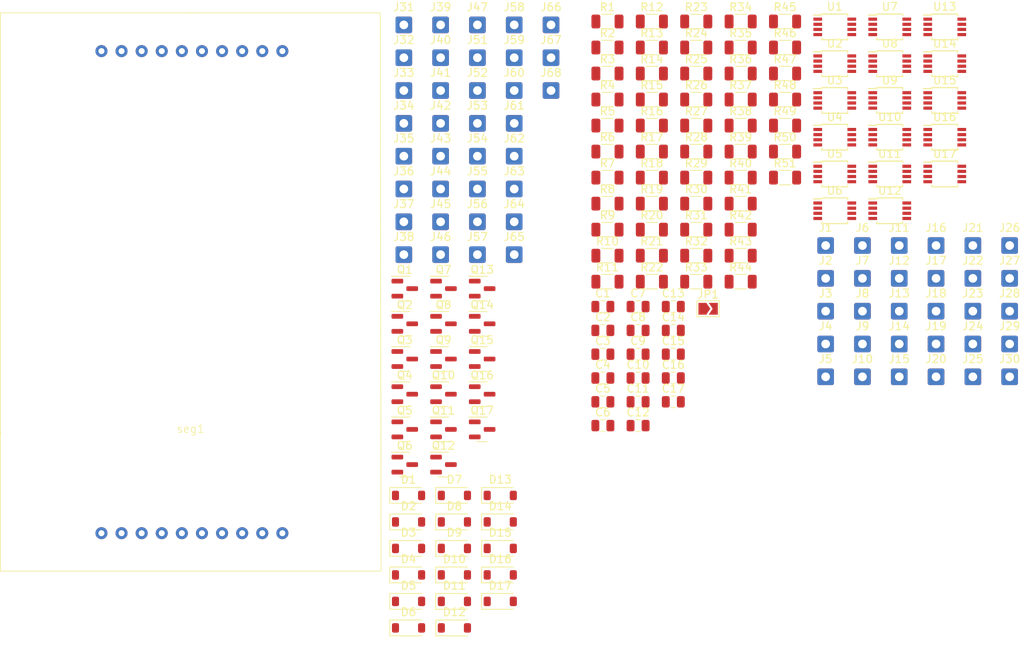
<source format=kicad_pcb>
(kicad_pcb (version 20221018) (generator pcbnew)
  (layers (0 "F.Cu" signal) (31 "B.Cu" signal) (34 "B.Paste" user) (35 "F.Paste" user) (36 "B.SilkS" user "B.Silkscreen") (37 "F.SilkS" user "F.Silkscreen") (38 "B.Mask" user) (39 "F.Mask" user) (44 "Edge.Cuts" user))
  (net 0 "")
  (net 1 "+5V")
  (net 2 "GND")
  (net 3 "Net-(Q1-D)")
  (net 4 "Net-(seg1-A1)")
  (net 5 "Net-(Q2-D)")
  (net 6 "Net-(seg1-A2)")
  (net 7 "Net-(Q3-D)")
  (net 8 "Net-(seg1-B)")
  (net 9 "Net-(Q4-D)")
  (net 10 "Net-(seg1-C)")
  (net 11 "Net-(Q5-D)")
  (net 12 "Net-(seg1-D1)")
  (net 13 "Net-(Q6-D)")
  (net 14 "Net-(seg1-D2)")
  (net 15 "Net-(Q7-D)")
  (net 16 "Net-(seg1-E)")
  (net 17 "Net-(Q8-D)")
  (net 18 "Net-(seg1-F)")
  (net 19 "Net-(Q9-D)")
  (net 20 "Net-(seg1-G1)")
  (net 21 "Net-(Q10-D)")
  (net 22 "Net-(seg1-G2)")
  (net 23 "Net-(Q11-D)")
  (net 24 "Net-(seg1-H)")
  (net 25 "Net-(Q12-D)")
  (net 26 "Net-(seg1-I)")
  (net 27 "Net-(Q13-D)")
  (net 28 "Net-(seg1-J)")
  (net 29 "Net-(Q14-D)")
  (net 30 "Net-(seg1-K)")
  (net 31 "Net-(Q15-D)")
  (net 32 "Net-(seg1-L)")
  (net 33 "Net-(Q16-D)")
  (net 34 "Net-(seg1-M)")
  (net 35 "Net-(Q17-D)")
  (net 36 "Net-(seg1-DP)")
  (net 37 "deta")
  (net 38 "OF")
  (net 39 "CLR")
  (net 40 "CK")
  (net 41 "DP")
  (net 42 "Net-(J13-Pin_1)")
  (net 43 "Net-(J14-Pin_1)")
  (net 44 "Net-(J15-Pin_1)")
  (net 45 "Net-(J16-Pin_1)")
  (net 46 "Net-(J17-Pin_1)")
  (net 47 "Net-(J18-Pin_1)")
  (net 48 "Net-(J19-Pin_1)")
  (net 49 "Net-(J20-Pin_1)")
  (net 50 "Q_D")
  (net 51 "Net-(J22-Pin_1)")
  (net 52 "Net-(J23-Pin_1)")
  (net 53 "Net-(J24-Pin_1)")
  (net 54 "Net-(J25-Pin_1)")
  (net 55 "Net-(J26-Pin_1)")
  (net 56 "Net-(J27-Pin_1)")
  (net 57 "Net-(J28-Pin_1)")
  (net 58 "Net-(J29-Pin_1)")
  (net 59 "Net-(J30-Pin_1)")
  (net 60 "Net-(J31-Pin_1)")
  (net 61 "Net-(J32-Pin_1)")
  (net 62 "Net-(J33-Pin_1)")
  (net 63 "Net-(J34-Pin_1)")
  (net 64 "Net-(J35-Pin_1)")
  (net 65 "Net-(J36-Pin_1)")
  (net 66 "Net-(J37-Pin_1)")
  (net 67 "Net-(J38-Pin_1)")
  (net 68 "Net-(J39-Pin_1)")
  (net 69 "Net-(J40-Pin_1)")
  (net 70 "Net-(J41-Pin_1)")
  (net 71 "Net-(J42-Pin_1)")
  (net 72 "Net-(J43-Pin_1)")
  (net 73 "Net-(J44-Pin_1)")
  (net 74 "Net-(J45-Pin_1)")
  (net 75 "Net-(J46-Pin_1)")
  (net 76 "Net-(J47-Pin_1)")
  (net 77 "+5F")
  (net 78 "deta_LED")
  (net 79 "DP_LED")
  (net 80 "OF_LED")
  (net 81 "CLR_LED")
  (net 82 "CK_LED")
  (net 83 "GND2")
  (net 84 "Net-(U1-PR)")
  (net 85 "Net-(U2-PR)")
  (net 86 "Net-(U3-PR)")
  (net 87 "Net-(U4-PR)")
  (net 88 "Net-(U5-PR)")
  (net 89 "Net-(U6-PR)")
  (net 90 "Net-(U7-PR)")
  (net 91 "Net-(U8-PR)")
  (net 92 "Net-(U9-PR)")
  (net 93 "Net-(U1-Q-)")
  (net 94 "Net-(U2-Q-)")
  (net 95 "Net-(U3-Q-)")
  (net 96 "Net-(U4-Q-)")
  (net 97 "Net-(U5-Q-)")
  (net 98 "Net-(U6-Q-)")
  (net 99 "Net-(U7-Q-)")
  (net 100 "Net-(U8-Q-)")
  (net 101 "Net-(U9-Q-)")
  (net 102 "Net-(U10-PR)")
  (net 103 "Net-(U11-PR)")
  (net 104 "Net-(U12-PR)")
  (net 105 "Net-(U13-PR)")
  (net 106 "Net-(U14-PR)")
  (net 107 "Net-(U15-PR)")
  (net 108 "Net-(U16-PR)")
  (net 109 "Net-(U17-PR)")
  (net 110 "Net-(U10-Q-)")
  (net 111 "Net-(U11-Q-)")
  (net 112 "Net-(U12-Q-)")
  (net 113 "Net-(U13-Q-)")
  (net 114 "Net-(U14-Q-)")
  (net 115 "Net-(U15-Q-)")
  (net 116 "Net-(U16-Q-)")
  (net 117 "Net-(U17-Q-)")
  (footprint "Resistor_SMD:R_1206_3216Metric" (layer "F.Cu") (at 126.86 80.355)
    (fp_text reference "R43" (at 0 -1.82) (layer "F.SilkS"))
    (fp_text value "10k")
    (pad "1" smd roundrect (at -1.4625 0) (size 1.125 1.75) (layers "F.Cu" "F.Paste" "F.Mask") (roundrect_rratio 0.222222) (net 2 "GND"))
    (pad "2" smd roundrect (at 1.4625 0) (size 1.125 1.75) (layers "F.Cu" "F.Paste" "F.Mask") (roundrect_rratio 0.222222) (net 50 "Q_D"))
  )
  (footprint "Package_TO_SOT_SMD:SOT-23" (layer "F.Cu") (at 84.42 106.775)
    (fp_text reference "Q6" (at 0 -2.4) (layer "F.SilkS"))
    (fp_text value "BSS138")
    (pad "1" smd roundrect (at -0.9375 -0.95) (size 1.475 0.6) (layers "F.Cu" "F.Paste" "F.Mask") (net 65 "Net-(J36-Pin_1)"))
    (pad "2" smd roundrect (at -0.9375 0.95) (size 1.475 0.6) (layers "F.Cu" "F.Paste" "F.Mask") (net 83 "GND2"))
    (pad "3" smd roundrect (at 0.9375 0) (size 1.475 0.6) (layers "F.Cu" "F.Paste" "F.Mask") (net 13 "Net-(Q6-D)"))
  )
  (footprint "Resistor_SMD:R_1206_3216Metric" (layer "F.Cu") (at 132.47 70.485)
    (fp_text reference "R51" (at 0 -1.82) (layer "F.SilkS"))
    (fp_text value "10k")
    (pad "1" smd roundrect (at -1.4625 0) (size 1.125 1.75) (layers "F.Cu" "F.Paste" "F.Mask") (roundrect_rratio 0.222222) (net 2 "GND"))
    (pad "2" smd roundrect (at 1.4625 0) (size 1.125 1.75) (layers "F.Cu" "F.Paste" "F.Mask") (roundrect_rratio 0.222222) (net 58 "Net-(J29-Pin_1)"))
  )
  (footprint "Diode_SMD:D_SOD-123" (layer "F.Cu") (at 84.895 117.375)
    (fp_text reference "D3" (at 0 -2) (layer "F.SilkS"))
    (fp_text value "NSI45015WT1G")
    (pad "1" smd roundrect (at -1.65 0) (size 0.9 1.2) (layers "F.Cu" "F.Paste" "F.Mask") (net 7 "Net-(Q3-D)"))
    (pad "2" smd roundrect (at 1.65 0) (size 0.9 1.2) (layers "F.Cu" "F.Paste" "F.Mask") (net 8 "Net-(seg1-B)"))
  )
  (footprint "Resistor_SMD:R_1206_3216Metric" (layer "F.Cu") (at 115.64 77.065)
    (fp_text reference "R20" (at 0 -1.82) (layer "F.SilkS"))
    (fp_text value "10k")
    (pad "1" smd roundrect (at -1.4625 0) (size 1.125 1.75) (layers "F.Cu" "F.Paste" "F.Mask") (roundrect_rratio 0.222222) (net 2 "GND"))
    (pad "2" smd roundrect (at 1.4625 0) (size 1.125 1.75) (layers "F.Cu" "F.Paste" "F.Mask") (roundrect_rratio 0.222222) (net 103 "Net-(U11-PR)"))
  )
  (footprint "Connector_Wire:SolderWire-0.5sqmm_1x01_D0.9mm_OD2.1mm" (layer "F.Cu") (at 156.2 79.075)
    (fp_text reference "J21" (at 0 -2.25) (layer "F.SilkS"))
    (fp_text value "G1")
    (pad "1" thru_hole roundrect (at 0 0) (size 2.1 2.1) (drill 1.1) (layers "*.Cu" "*.Mask") (roundrect_rratio 0.119048) (net 50 "Q_D"))
  )
  (footprint "Resistor_SMD:R_1206_3216Metric" (layer "F.Cu") (at 110.03 73.775)
    (fp_text reference "R8" (at 0 -1.82) (layer "F.SilkS"))
    (fp_text value "10k")
    (pad "1" smd roundrect (at -1.4625 0) (size 1.125 1.75) (layers "F.Cu" "F.Paste" "F.Mask") (roundrect_rratio 0.222222) (net 2 "GND"))
    (pad "2" smd roundrect (at 1.4625 0) (size 1.125 1.75) (layers "F.Cu" "F.Paste" "F.Mask") (roundrect_rratio 0.222222) (net 91 "Net-(U8-PR)"))
  )
  (footprint "Package_TO_SOT_SMD:SOT-23" (layer "F.Cu") (at 89.31 88.975)
    (fp_text reference "Q8" (at 0 -2.4) (layer "F.SilkS"))
    (fp_text value "BSS138")
    (pad "1" smd roundrect (at -0.9375 -0.95) (size 1.475 0.6) (layers "F.Cu" "F.Paste" "F.Mask") (net 67 "Net-(J38-Pin_1)"))
    (pad "2" smd roundrect (at -0.9375 0.95) (size 1.475 0.6) (layers "F.Cu" "F.Paste" "F.Mask") (net 83 "GND2"))
    (pad "3" smd roundrect (at 0.9375 0) (size 1.475 0.6) (layers "F.Cu" "F.Paste" "F.Mask") (net 17 "Net-(Q8-D)"))
  )
  (footprint "Package_SO:TSSOP-8_3x3mm_P0.65mm" (layer "F.Cu") (at 138.75 70.025)
    (fp_text reference "U5" (at 0 -2.55) (layer "F.SilkS"))
    (fp_text value "~")
    (pad "1" smd rect (at -2.15 -0.975) (size 1.1 0.4) (layers "F.Cu" "F.Paste" "F.Mask") (net 40 "CK"))
    (pad "2" smd rect (at -2.15 -0.325) (size 1.1 0.4) (layers "F.Cu" "F.Paste" "F.Mask") (net 45 "Net-(J16-Pin_1)"))
    (pad "3" smd rect (at -2.15 0.325) (size 1.1 0.4) (layers "F.Cu" "F.Paste" "F.Mask") (net 97 "Net-(U5-Q-)"))
    (pad "4" smd rect (at -2.15 0.975) (size 1.1 0.4) (layers "F.Cu" "F.Paste" "F.Mask") (net 2 "GND"))
    (pad "5" smd rect (at 2.15 0.975) (size 1.1 0.4) (layers "F.Cu" "F.Paste" "F.Mask") (net 46 "Net-(J17-Pin_1)"))
    (pad "6" smd rect (at 2.15 0.325) (size 1.1 0.4) (layers "F.Cu" "F.Paste" "F.Mask") (net 39 "CLR"))
    (pad "7" smd rect (at 2.15 -0.325) (size 1.1 0.4) (layers "F.Cu" "F.Paste" "F.Mask") (net 88 "Net-(U5-PR)"))
    (pad "8" smd rect (at 2.15 -0.975) (size 1.1 0.4) (layers "F.Cu" "F.Paste" "F.Mask") (net 1 "+5V"))
  )
  (footprint "Connector_Wire:SolderWire-0.5sqmm_1x01_D0.9mm_OD2.1mm" (layer "F.Cu") (at 84.3 76.075)
    (fp_text reference "J37" (at 0 -2.25) (layer "F.SilkS"))
    (fp_text value "E")
    (pad "1" thru_hole roundrect (at 0 0) (size 2.1 2.1) (drill 1.1) (layers "*.Cu" "*.Mask") (roundrect_rratio 0.119048) (net 66 "Net-(J37-Pin_1)"))
  )
  (footprint "Connector_Wire:SolderWire-0.5sqmm_1x01_D0.9mm_OD2.1mm" (layer "F.Cu") (at 160.85 95.675)
    (fp_text reference "J30" (at 0 -2.25) (layer "F.SilkS"))
    (fp_text value "OF")
    (pad "1" thru_hole roundrect (at 0 0) (size 2.1 2.1) (drill 1.1) (layers "*.Cu" "*.Mask") (roundrect_rratio 0.119048) (net 59 "Net-(J30-Pin_1)"))
  )
  (footprint "Package_SO:TSSOP-8_3x3mm_P0.65mm" (layer "F.Cu") (at 138.75 60.725)
    (fp_text reference "U3" (at 0 -2.55) (layer "F.SilkS"))
    (fp_text value "~")
    (pad "1" smd rect (at -2.15 -0.975) (size 1.1 0.4) (layers "F.Cu" "F.Paste" "F.Mask") (net 40 "CK"))
    (pad "2" smd rect (at -2.15 -0.325) (size 1.1 0.4) (layers "F.Cu" "F.Paste" "F.Mask") (net 43 "Net-(J14-Pin_1)"))
    (pad "3" smd rect (at -2.15 0.325) (size 1.1 0.4) (layers "F.Cu" "F.Paste" "F.Mask") (net 95 "Net-(U3-Q-)"))
    (pad "4" smd rect (at -2.15 0.975) (size 1.1 0.4) (layers "F.Cu" "F.Paste" "F.Mask") (net 2 "GND"))
    (pad "5" smd rect (at 2.15 0.975) (size 1.1 0.4) (layers "F.Cu" "F.Paste" "F.Mask") (net 44 "Net-(J15-Pin_1)"))
    (pad "6" smd rect (at 2.15 0.325) (size 1.1 0.4) (layers "F.Cu" "F.Paste" "F.Mask") (net 39 "CLR"))
    (pad "7" smd rect (at 2.15 -0.325) (size 1.1 0.4) (layers "F.Cu" "F.Paste" "F.Mask") (net 86 "Net-(U3-PR)"))
    (pad "8" smd rect (at 2.15 -0.975) (size 1.1 0.4) (layers "F.Cu" "F.Paste" "F.Mask") (net 1 "+5V"))
  )
  (footprint "Capacitor_SMD:C_0805_2012Metric" (layer "F.Cu") (at 113.9 95.825)
    (fp_text reference "C10" (at 0 -1.68) (layer "F.SilkS"))
    (fp_text value "C")
    (pad "1" smd roundrect (at -0.95 0) (size 1 1.45) (layers "F.Cu" "F.Paste" "F.Mask") (net 1 "+5V"))
    (pad "2" smd roundrect (at 0.95 0) (size 1 1.45) (layers "F.Cu" "F.Paste" "F.Mask") (net 2 "GND"))
  )
  (footprint "Connector_Wire:SolderWire-0.5sqmm_1x01_D0.9mm_OD2.1mm" (layer "F.Cu") (at 160.85 79.075)
    (fp_text reference "J26" (at 0 -2.25) (layer "F.SilkS"))
    (fp_text value "K")
    (pad "1" thru_hole roundrect (at 0 0) (size 2.1 2.1) (drill 1.1) (layers "*.Cu" "*.Mask") (roundrect_rratio 0.119048) (net 55 "Net-(J26-Pin_1)"))
  )
  (footprint "Diode_SMD:D_SOD-123" (layer "F.Cu") (at 84.895 114.025)
    (fp_text reference "D2" (at 0 -2) (layer "F.SilkS"))
    (fp_text value "NSI45015WT1G")
    (pad "1" smd roundrect (at -1.65 0) (size 0.9 1.2) (layers "F.Cu" "F.Paste" "F.Mask") (net 5 "Net-(Q2-D)"))
    (pad "2" smd roundrect (at 1.65 0) (size 0.9 1.2) (layers "F.Cu" "F.Paste" "F.Mask") (net 6 "Net-(seg1-A2)"))
  )
  (footprint "Resistor_SMD:R_1206_3216Metric" (layer "F.Cu") (at 110.03 77.065)
    (fp_text reference "R9" (at 0 -1.82) (layer "F.SilkS"))
    (fp_text value "10k")
    (pad "1" smd roundrect (at -1.4625 0) (size 1.125 1.75) (layers "F.Cu" "F.Paste" "F.Mask") (roundrect_rratio 0.222222) (net 2 "GND"))
    (pad "2" smd roundrect (at 1.4625 0) (size 1.125 1.75) (layers "F.Cu" "F.Paste" "F.Mask") (roundrect_rratio 0.222222) (net 92 "Net-(U9-PR)"))
  )
  (footprint "Diode_SMD:D_SOD-123" (layer "F.Cu") (at 90.69 117.375)
    (fp_text reference "D9" (at 0 -2) (layer "F.SilkS"))
    (fp_text value "NSI45015WT1G")
    (pad "1" smd roundrect (at -1.65 0) (size 0.9 1.2) (layers "F.Cu" "F.Paste" "F.Mask") (net 19 "Net-(Q9-D)"))
    (pad "2" smd roundrect (at 1.65 0) (size 0.9 1.2) (layers "F.Cu" "F.Paste" "F.Mask") (net 20 "Net-(seg1-G1)"))
  )
  (footprint "Diode_SMD:D_SOD-123" (layer "F.Cu") (at 96.485 124.075)
    (fp_text reference "D17" (at 0 -2) (layer "F.SilkS"))
    (fp_text value "NSI45015WT1G")
    (pad "1" smd roundrect (at -1.65 0) (size 0.9 1.2) (layers "F.Cu" "F.Paste" "F.Mask") (net 35 "Net-(Q17-D)"))
    (pad "2" smd roundrect (at 1.65 0) (size 0.9 1.2) (layers "F.Cu" "F.Paste" "F.Mask") (net 36 "Net-(seg1-DP)"))
  )
  (footprint "Resistor_SMD:R_1206_3216Metric" (layer "F.Cu") (at 115.64 54.035)
    (fp_text reference "R13" (at 0 -1.82) (layer "F.SilkS"))
    (fp_text value "10k")
    (pad "1" smd roundrect (at -1.4625 0) (size 1.125 1.75) (layers "F.Cu" "F.Paste" "F.Mask") (roundrect_rratio 0.222222) (net 2 "GND"))
    (pad "2" smd roundrect (at 1.4625 0) (size 1.125 1.75) (layers "F.Cu" "F.Paste" "F.Mask") (roundrect_rratio 0.222222) (net 96 "Net-(U4-Q-)"))
  )
  (footprint "Connector_Wire:SolderWire-0.5sqmm_1x01_D0.9mm_OD2.1mm" (layer "F.Cu") (at 88.95 55.325)
    (fp_text reference "J40" (at 0 -2.25) (layer "F.SilkS"))
    (fp_text value "G2")
    (pad "1" thru_hole roundrect (at 0 0) (size 2.1 2.1) (drill 1.1) (layers "*.Cu" "*.Mask") (roundrect_rratio 0.119048) (net 69 "Net-(J40-Pin_1)"))
  )
  (footprint "Package_TO_SOT_SMD:SOT-23" (layer "F.Cu") (at 84.42 93.425)
    (fp_text reference "Q3" (at 0 -2.4) (layer "F.SilkS"))
    (fp_text value "BSS138")
    (pad "1" smd roundrect (at -0.9375 -0.95) (size 1.475 0.6) (layers "F.Cu" "F.Paste" "F.Mask") (net 62 "Net-(J33-Pin_1)"))
    (pad "2" smd roundrect (at -0.9375 0.95) (size 1.475 0.6) (layers "F.Cu" "F.Paste" "F.Mask") (net 83 "GND2"))
    (pad "3" smd roundrect (at 0.9375 0) (size 1.475 0.6) (layers "F.Cu" "F.Paste" "F.Mask") (net 7 "Net-(Q3-D)"))
  )
  (footprint "Resistor_SMD:R_1206_3216Metric" (layer "F.Cu") (at 132.47 60.615)
    (fp_text reference "R48" (at 0 -1.82) (layer "F.SilkS"))
    (fp_text value "10k")
    (pad "1" smd roundrect (at -1.4625 0) (size 1.125 1.75) (layers "F.Cu" "F.Paste" "F.Mask") (roundrect_rratio 0.222222) (net 2 "GND"))
    (pad "2" smd roundrect (at 1.4625 0) (size 1.125 1.75) (layers "F.Cu" "F.Paste" "F.Mask") (roundrect_rratio 0.222222) (net 55 "Net-(J26-Pin_1)"))
  )
  (footprint "Package_TO_SOT_SMD:SOT-23" (layer "F.Cu") (at 89.31 102.325)
    (fp_text reference "Q11" (at 0 -2.4) (layer "F.SilkS"))
    (fp_text value "BSS138")
    (pad "1" smd roundrect (at -0.9375 -0.95) (size 1.475 0.6) (layers "F.Cu" "F.Paste" "F.Mask") (net 70 "Net-(J41-Pin_1)"))
    (pad "2" smd roundrect (at -0.9375 0.95) (size 1.475 0.6) (layers "F.Cu" "F.Paste" "F.Mask") (net 83 "GND2"))
    (pad "3" smd roundrect (at 0.9375 0) (size 1.475 0.6) (layers "F.Cu" "F.Paste" "F.Mask") (net 23 "Net-(Q11-D)"))
  )
  (footprint "Connector_Wire:SolderWire-0.5sqmm_1x01_D0.9mm_OD2.1mm" (layer "F.Cu") (at 142.25 95.675)
    (fp_text reference "J10" (at 0 -2.25) (layer "F.SilkS"))
    (fp_text value "Conn_01x01")
    (pad "1" thru_hole roundrect (at 0 0) (size 2.1 2.1) (drill 1.1) (layers "*.Cu" "*.Mask") (roundrect_rratio 0.119048) (net 39 "CLR"))
  )
  (footprint "Resistor_SMD:R_1206_3216Metric" (layer "F.Cu") (at 126.86 54.035)
    (fp_text reference "R35" (at 0 -1.82) (layer "F.SilkS"))
    (fp_text value "10k")
    (pad "1" smd roundrect (at -1.4625 0) (size 1.125 1.75) (layers "F.Cu" "F.Paste" "F.Mask") (roundrect_rratio 0.222222) (net 2 "GND"))
    (pad "2" smd roundrect (at 1.4625 0) (size 1.125 1.75) (layers "F.Cu" "F.Paste" "F.Mask") (roundrect_rratio 0.222222) (net 42 "Net-(J13-Pin_1)"))
  )
  (footprint "Resistor_SMD:R_1206_3216Metric" (layer "F.Cu") (at 132.47 67.195)
    (fp_text reference "R50" (at 0 -1.82) (layer "F.SilkS"))
    (fp_text value "10k")
    (pad "1" smd roundrect (at -1.4625 0) (size 1.125 1.75) (layers "F.Cu" "F.Paste" "F.Mask") (roundrect_rratio 0.222222) (net 2 "GND"))
    (pad "2" smd roundrect (at 1.4625 0) (size 1.125 1.75) (layers "F.Cu" "F.Paste" "F.Mask") (roundrect_rratio 0.222222) (net 57 "Net-(J28-Pin_1)"))
  )
  (footprint "Resistor_SMD:R_1206_3216Metric" (layer "F.Cu") (at 121.25 70.485)
    (fp_text reference "R29" (at 0 -1.82) (layer "F.SilkS"))
    (fp_text value "10k")
    (pad "1" smd roundrect (at -1.4625 0) (size 1.125 1.75) (layers "F.Cu" "F.Paste" "F.Mask") (roundrect_rratio 0.222222) (net 2 "GND"))
    (pad "2" smd roundrect (at 1.4625 0) (size 1.125 1.75) (layers "F.Cu" "F.Paste" "F.Mask") (roundrect_rratio 0.222222) (net 112 "Net-(U12-Q-)"))
  )
  (footprint "Package_TO_SOT_SMD:SOT-23" (layer "F.Cu") (at 94.2 84.525)
    (fp_text reference "Q13" (at 0 -2.4) (layer "F.SilkS"))
    (fp_text value "BSS138")
    (pad "1" smd roundrect (at -0.9375 -0.95) (size 1.475 0.6) (layers "F.Cu" "F.Paste" "F.Mask") (net 72 "Net-(J43-Pin_1)"))
    (pad "2" smd roundrect (at -0.9375 0.95) (size 1.475 0.6) (layers "F.Cu" "F.Paste" "F.Mask") (net 83 "GND2"))
    (pad "3" smd roundrect (at 0.9375 0) (size 1.475 0.6) (layers "F.Cu" "F.Paste" "F.Mask") (net 27 "Net-(Q13-D)"))
  )
  (footprint "Resistor_SMD:R_1206_3216Metric" (layer "F.Cu") (at 132.47 57.325)
    (fp_text reference "R47" (at 0 -1.82) (layer "F.SilkS"))
    (fp_text value "10k")
    (pad "1" smd roundrect (at -1.4625 0) (size 1.125 1.75) (layers "F.Cu" "F.Paste" "F.Mask") (roundrect_rratio 0.222222) (net 2 "GND"))
    (pad "2" smd roundrect (at 1.4625 0) (size 1.125 1.75) (layers "F.Cu" "F.Paste" "F.Mask") (roundrect_rratio 0.222222) (net 54 "Net-(J25-Pin_1)"))
  )
  (footprint "Package_TO_SOT_SMD:SOT-23" (layer "F.Cu") (at 84.42 88.975)
    (fp_text reference "Q2" (at 0 -2.4) (layer "F.SilkS"))
    (fp_text value "BSS138")
    (pad "1" smd roundrect (at -0.9375 -0.95) (size 1.475 0.6) (layers "F.Cu" "F.Paste" "F.Mask") (net 61 "Net-(J32-Pin_1)"))
    (pad "2" smd roundrect (at -0.9375 0.95) (size 1.475 0.6) (layers "F.Cu" "F.Paste" "F.Mask") (net 83 "GND2"))
    (pad "3" smd roundrect (at 0.9375 0) (size 1.475 0.6) (layers "F.Cu" "F.Paste" "F.Mask") (net 5 "Net-(Q2-D)"))
  )
  (footprint "Connector_Wire:SolderWire-0.5sqmm_1x01_D0.9mm_OD2.1mm" (layer "F.Cu") (at 93.6 55.325)
    (fp_text reference "J51" (at 0 -2.25) (layer "F.SilkS"))
    (fp_text value "VCC")
    (pad "1" thru_hole roundrect (at 0 0) (size 2.1 2.1) (drill 1.1) (layers "*.Cu" "*.Mask") (roundrect_rratio 0.119048) (net 77 "+5F"))
  )
  (footprint "Package_SO:TSSOP-8_3x3mm_P0.65mm" (layer "F.Cu") (at 138.75 65.375)
    (fp_text reference "U4" (at 0 -2.55) (layer "F.SilkS"))
    (fp_text value "~")
    (pad "1" smd rect (at -2.15 -0.975) (size 1.1 0.4) (layers "F.Cu" "F.Paste" "F.Mask") (net 40 "CK"))
    (pad "2" smd rect (at -2.15 -0.325) (size 1.1 0.4) (layers "F.Cu" "F.Paste" "F.Mask") (net 44 "Net-(J15-Pin_1)"))
    (pad "3" smd rect (at -2.15 0.325) (size 1.1 0.4) (layers "F.Cu" "F.Paste" "F.Mask") (net 96 "Net-(U4-Q-)"))
    (pad "4" smd rect (at -2.15 0.975) (size 1.1 0.4) (layers "F.Cu" "F.Paste" "F.Mask") (net 2 "GND"))
    (pad "5" smd rect (at 2.15 0.975) (size 1.1 0.4) (layers "F.Cu" "F.Paste" "F.Mask") (net 45 "Net-(J16-Pin_1)"))
    (pad "6" smd rect (at 2.15 0.325) (size 1.1 0.4) (layers "F.Cu" "F.Paste" "F.Mask") (net 39 "CLR"))
    (pad "7" smd rect (at 2.15 -0.325) (size 1.1 0.4) (layers "F.Cu" "F.Paste" "F.Mask") (net 87 "Net-(U4-PR)"))
    (pad "8" smd rect (at 2.15 -0.975) (size 1.1 0.4) (layers "F.Cu" "F.Paste" "F.Mask") (net 1 "+5V"))
  )
  (footprint "Connector_Wire:SolderWire-0.5sqmm_1x01_D0.9mm_OD2.1mm" (layer "F.Cu") (at 93.6 76.075)
    (fp_text reference "J56" (at 0 -2.25) (layer "F.SilkS"))
    (fp_text value "OF")
    (pad "1" thru_hole roundrect (at 0 0) (size 2.1 2.1) (drill 1.1) (layers "*.Cu" "*.Mask") (roundrect_rratio 0.119048) (net 80 "OF_LED"))
  )
  (footprint "Package_TO_SOT_SMD:SOT-23" (layer "F.Cu") (at 89.31 93.425)
    (fp_text reference "Q9" (at 0 -2.4) (layer "F.SilkS"))
    (fp_text value "BSS138")
    (pad "1" smd roundrect (at -0.9375 -0.95) (size 1.475 0.6) (layers "F.Cu" "F.Paste" "F.Mask") (net 68 "Net-(J39-Pin_1)"))
    (pad "2" smd roundrect (at -0.9375 0.95) (size 1.475 0.6) (layers "F.Cu" "F.Paste" "F.Mask") (net 83 "GND2"))
    (pad "3" smd roundrect (at 0.9375 0) (size 1.475 0.6) (layers "F.Cu" "F.Paste" "F.Mask") (net 19 "Net-(Q9-D)"))
  )
  (footprint "Resistor_SMD:R_1206_3216Metric" (layer "F.Cu") (at 110.03 50.745)
    (fp_text reference "R1" (at 0 -1.82) (layer "F.SilkS"))
    (fp_text value "10k")
    (pad "1" smd roundrect (at -1.4625 0) (size 1.125 1.75) (layers "F.Cu" "F.Paste" "F.Mask") (roundrect_rratio 0.222222) (net 2 "GND"))
    (pad "2" smd roundrect (at 1.4625 0) (size 1.125 1.75) (layers "F.Cu" "F.Paste" "F.Mask") (roundrect_rratio 0.222222) (net 84 "Net-(U1-PR)"))
  )
  (footprint "Package_TO_SOT_SMD:SOT-23" (layer "F.Cu") (at 89.31 84.525)
    (fp_text reference "Q7" (at 0 -2.4) (layer "F.SilkS"))
    (fp_text value "BSS138")
    (pad "1" smd roundrect (at -0.9375 -0.95) (size 1.475 0.6) (layers "F.Cu" "F.Paste" "F.Mask") (net 66 "Net-(J37-Pin_1)"))
    (pad "2" smd roundrect (at -0.9375 0.95) (size 1.475 0.6) (layers "F.Cu" "F.Paste" "F.Mask") (net 83 "GND2"))
    (pad "3" smd roundrect (at 0.9375 0) (size 1.475 0.6) (layers "F.Cu" "F.Paste" "F.Mask") (net 15 "Net-(Q7-D)"))
  )
  (footprint "Connector_Wire:SolderWire-0.5sqmm_1x01_D0.9mm_OD2.1mm" (layer "F.Cu") (at 137.6 95.675)
    (fp_text reference "J5" (at 0 -2.25) (layer "F.SilkS"))
    (fp_text value "Conn_01x01")
    (pad "1" thru_hole roundrect (at 0 0) (size 2.1 2.1) (drill 1.1) (layers "*.Cu" "*.Mask") (roundrect_rratio 0.119048) (net 40 "CK"))
  )
  (footprint "Connector_Wire:SolderWire-0.5sqmm_1x01_D0.9mm_OD2.1mm" (layer "F.Cu") (at 102.9 55.325)
    (fp_text reference "J67" (at 0 -2.25) (layer "F.SilkS"))
    (fp_text value "CK")
    (pad "1" thru_hole roundrect (at 0 0) (size 2.1 2.1) (drill 1.1) (layers "*.Cu" "*.Mask") (roundrect_rratio 0.119048) (net 82 "CK_LED"))
  )
  (footprint "Connector_Wire:SolderWire-0.5sqmm_1x01_D0.9mm_OD2.1mm" (layer "F.Cu") (at 88.95 59.475)
    (fp_text reference "J41" (at 0 -2.25) (layer "F.SilkS"))
    (fp_text value "H")
    (pad "1" thru_hole roundrect (at 0 0) (size 2.1 2.1) (drill 1.1) (layers "*.Cu" "*.Mask") (roundrect_rratio 0.119048) (net 70 "Net-(J41-Pin_1)"))
  )
  (footprint "Resistor_SMD:R_1206_3216Metric" (layer "F.Cu") (at 132.47 50.745)
    (fp_text reference "R45" (at 0 -1.82) (layer "F.SilkS"))
    (fp_text value "10k")
    (pad "1" smd roundrect (at -1.4625 0) (size 1.125 1.75) (layers "F.Cu" "F.Paste" "F.Mask") (roundrect_rratio 0.222222) (net 2 "GND"))
    (pad "2" smd roundrect (at 1.4625 0) (size 1.125 1.75) (layers "F.Cu" "F.Paste" "F.Mask") (roundrect_rratio 0.222222) (net 52 "Net-(J23-Pin_1)"))
  )
  (footprint "Package_TO_SOT_SMD:SOT-23" (layer "F.Cu") (at 89.31 106.775)
    (fp_text reference "Q12" (at 0 -2.4) (layer "F.SilkS"))
    (fp_text value "BSS138")
    (pad "1" smd roundrect (at -0.9375 -0.95) (size 1.475 0.6) (layers "F.Cu" "F.Paste" "F.Mask") (net 71 "Net-(J42-Pin_1)"))
    (pad "2" smd roundrect (at -0.9375 0.95) (size 1.475 0.6) (layers "F.Cu" "F.Paste" "F.Mask") (net 83 "GND2"))
    (pad "3" smd roundrect (at 0.9375 0) (size 1.475 0.6) (layers "F.Cu" "F.Paste" "F.Mask") (net 25 "Net-(Q12-D)"))
  )
  (footprint "Connector_Wire:SolderWire-0.5sqmm_1x01_D0.9mm_OD2.1mm" (layer "F.Cu") (at 142.25 83.225)
    (fp_text reference "J7" (at 0 -2.25) (layer "F.SilkS"))
    (fp_text value "Conn_01x01")
    (pad "1" thru_hole roundrect (at 0 0) (size 2.1 2.1) (drill 1.1) (layers "*.Cu" "*.Mask") (roundrect_rratio 0.119048) (net 1 "+5V"))
  )
  (footprint "Resistor_SMD:R_1206_3216Metric" (layer "F.Cu") (at 115.64 80.355)
    (fp_text reference "R21" (at 0 -1.82) (layer "F.SilkS"))
    (fp_text value "10k")
    (pad "1" smd roundrect (at -1.4625 0) (size 1.125 1.75) (layers "F.Cu" "F.Paste" "F.Mask") (roundrect_rratio 0.222222) (net 2 "GND"))
    (pad "2" smd roundrect (at 1.4625 0) (size 1.125 1.75) (layers "F.Cu" "F.Paste" "F.Mask") (roundrect_rratio 0.222222) (net 104 "Net-(U12-PR)"))
  )
  (footprint "Connector_Wire:SolderWire-0.5sqmm_1x01_D0.9mm_OD2.1mm" (layer "F.Cu") (at 98.25 55.325)
    (fp_text reference "J59" (at 0 -2.25) (layer "F.SilkS"))
    (fp_text value "CK")
    (pad "1" thru_hole roundrect (at 0 0) (size 2.1 2.1) (drill 1.1) (layers "*.Cu" "*.Mask") (roundrect_rratio 0.119048) (net 82 "CK_LED"))
  )
  (footprint "Resistor_SMD:R_1206_3216Metric" (layer "F.Cu") (at 126.86 63.905)
    (fp_text reference "R38" (at 0 -1.82) (layer "F.SilkS"))
    (fp_text value "10k")
    (pad "1" smd roundrect (at -1.4625 0) (size 1.125 1.75) (layers "F.Cu" "F.Paste" "F.Mask") (roundrect_rratio 0.222222) (net 2 "GND"))
    (pad "2" smd roundrect (at 1.4625 0) (size 1.125 1.75) (layers "F.Cu" "F.Paste" "F.Mask") (roundrect_rratio 0.222222) (net 45 "Net-(J16-Pin_1)"))
  )
  (footprint "Resistor_SMD:R_1206_3216Metric" (layer "F.Cu") (at 121.25 80.355)
    (fp_text reference "R32" (at 0 -1.82) (layer "F.SilkS"))
    (fp_text value "10k")
    (pad "1" smd roundrect (at -1.4625 0) (size 1.125 1.75) (layers "F.Cu" "F.Paste" "F.Mask") (roundrect_rratio 0.222222) (net 2 "GND"))
    (pad "2" smd roundrect (at 1.4625 0) (size 1.125 1.75) (layers "F.Cu" "F.Paste" "F.Mask") (roundrect_rratio 0.222222) (net 115 "Net-(U15-Q-)"))
  )
  (footprint "Package_SO:TSSOP-8_3x3mm_P0.65mm" (layer "F.Cu") (at 145.7 56.075)
    (fp_text reference "U8" (at 0 -2.55) (layer "F.SilkS"))
    (fp_text value "~")
    (pad "1" smd rect (at -2.15 -0.975) (size 1.1 0.4) (layers "F.Cu" "F.Paste" "F.Mask") (net 40 "CK"))
    (pad "2" smd rect (at -2.15 -0.325) (size 1.1 0.4) (layers "F.Cu" "F.Paste" "F.Mask") (net 48 "Net-(J19-Pin_1)"))
    (pad "3" smd rect (at -2.15 0.325) (size 1.1 0.4) (layers "F.Cu" "F.Paste" "F.Mask") (net 100 "Net-(U8-Q-)"))
    (pad "4" smd rect (at -2.15 0.975) (size 1.1 0.4) (layers "F.Cu" "F.Paste" "F.Mask") (net 2 "GND"))
    (pad "5" smd rect (at 2.15 0.975) (size 1.1 0.4) (layers "F.Cu" "F.Paste" "F.Mask") (net 49 "Net-(J20-Pin_1)"))
    (pad "6" smd rect (at 2.15 0.325) (size 1.1 0.4) (layers "F.Cu" "F.Paste" "F.Mask") (net 39 "CLR"))
    (pad "7" smd rect (at 2.15 -0.325) (size 1.1 0.4) (layers "F.Cu" "F.Paste" "F.Mask") (net 91 "Net-(U8-PR)"))
    (pad "8" smd rect (at 2.15 -0.975) (size 1.1 0.4) (layers "F.Cu" "F.Paste" "F.Mask") (net 1 "+5V"))
  )
  (footprint "Resistor_SMD:R_1206_3216Metric" (layer "F.Cu") (at 126.86 77.065)
    (fp_text reference "R42" (at 0 -1.82) (layer "F.SilkS"))
    (fp_text value "10k")
    (pad "1" smd roundrect (at -1.4625 0) (size 1.125 1.75) (layers "F.Cu" "F.Paste" "F.Mask") (roundrect_rratio 0.222222) (net 2 "GND"))
    (pad "2" smd roundrect (at 1.4625 0) (size 1.125 1.75) (layers "F.Cu" "F.Paste" "F.Mask") (roundrect_rratio 0.222222) (net 49 "Net-(J20-Pin_1)"))
  )
  (footprint "Diode_SMD:D_SOD-123" (layer "F.Cu") (at 90.69 127.425)
    (fp_text reference "D12" (at 0 -2) (layer "F.SilkS"))
    (fp_text value "NSI45015WT1G")
    (pad "1" smd roundrect (at -1.65 0) (size 0.9 1.2) (layers "F.Cu" "F.Paste" "F.Mask") (net 25 "Net-(Q12-D)"))
    (pad "2" smd roundrect (at 1.65 0) (size 0.9 1.2) (layers "F.Cu" "F.Paste" "F.Mask") (net 26 "Net-(seg1-I)"))
  )
  (footprint "Connector_Wire:SolderWire-0.5sqmm_1x01_D0.9mm_OD2.1mm" (layer "F.Cu") (at 137.6 87.375)
    (fp_text reference "J3" (at 0 -2.25) (layer "F.SilkS"))
    (fp_text value "Conn_01x01")
    (pad "1" thru_hole roundrect (at 0 0) (size 2.1 2.1) (drill 1.1) (layers "*.Cu" "*.Mask") (roundrect_rratio 0.119048) (net 38 "OF"))
  )
  (footprint "Capacitor_SMD:C_0805_2012Metric" (layer "F.Cu") (at 109.45 95.825)
    (fp_text reference "C4" (at 0 -1.68) (layer "F.SilkS"))
    (fp_text value "C")
    (pad "1" smd roundrect (at -0.95 0) (size 1 1.45) (layers "F.Cu" "F.Paste" "F.Mask") (net 1 "+5V"))
    (pad "2" smd roundrect (at 0.95 0) (size 1 1.45) (layers "F.Cu" "F.Paste" "F.Mask") (net 2 "GND"))
  )
  (footprint "Package_TO_SOT_SMD:SOT-23" (layer "F.Cu") (at 94.2 102.325)
    (fp_text reference "Q17" (at 0 -2.4) (layer "F.SilkS"))
    (fp_text value "BSS138")
    (pad "1" smd roundrect (at -0.9375 -0.95) (size 1.475 0.6) (layers "F.Cu" "F.Paste" "F.Mask") (net 76 "Net-(J47-Pin_1)"))
    (pad "2" smd roundrect (at -0.9375 0.95) (size 1.475 0.6) (layers "F.Cu" "F.Paste" "F.Mask") (net 83 "GND2"))
    (pad "3" smd roundrect (at 0.9375 0) (size 1.475 0.6) (layers "F.Cu" "F.Paste" "F.Mask") (net 35 "Net-(Q17-D)"))
  )
  (footprint "Diode_SMD:D_SOD-123" (layer "F.Cu") (at 84.895 127.425)
    (fp_text reference "D6" (at 0 -2) (layer "F.SilkS"))
    (fp_text value "NSI45015WT1G")
    (pad "1" smd roundrect (at -1.65 0) (size 0.9 1.2) (layers "F.Cu" "F.Paste" "F.Mask") (net 13 "Net-(Q6-D)"))
    (pad "2" smd roundrect (at 1.65 0) (size 0.9 1.2) (layers "F.Cu" "F.Paste" "F.Mask") (net 14 "Net-(seg1-D2)"))
  )
  (footprint "Package_SO:TSSOP-8_3x3mm_P0.65mm" (layer "F.Cu") (at 138.75 74.675)
    (fp_text reference "U6" (at 0 -2.55) (layer "F.SilkS"))
    (fp_text value "~")
    (pad "1" smd rect (at -2.15 -0.975) (size 1.1 0.4) (layers "F.Cu" "F.Paste" "F.Mask") (net 40 "CK"))
    (pad "2" smd rect (at -2.15 -0.325) (size 1.1 0.4) (layers "F.Cu" "F.Paste" "F.Mask") (net 46 "Net-(J17-Pin_1)"))
    (pad "3" smd rect (at -2.15 0.325) (size 1.1 0.4) (layers "F.Cu" "F.Paste" "F.Mask") (net 98 "Net-(U6-Q-)"))
    (pad "4" smd rect (at -2.15 0.975) (size 1.1 0.4) (layers "F.Cu" "F.Paste" "F.Mask") (net 2 "GND"))
    (pad "5" smd rect (at 2.15 0.975) (size 1.1 0.4) (layers "F.Cu" "F.Paste" "F.Mask") (net 47 "Net-(J18-Pin_1)"))
    (pad "6" smd rect (at 2.15 0.325) (size 1.1 0.4) (layers "F.Cu" "F.Paste" "F.Mask") (net 39 "CLR"))
    (pad "7" smd rect (at 2.15 -0.325) (size 1.1 0.4) (layers "F.Cu" "F.Paste" "F.Mask") (net 89 "Net-(U6-PR)"))
    (pad "8" smd rect (at 2.15 -0.975) (size 1.1 0.4) (layers "F.Cu" "F.Paste" "F.Mask") (net 1 "+5V"))
  )
  (footprint "Resistor_SMD:R_1206_3216Metric" (layer "F.Cu") (at 110.03 83.645)
    (fp_text reference "R11" (at 0 -1.82) (layer "F.SilkS"))
    (fp_text value "10k")
    (pad "1" smd roundrect (at -1.4625 0) (size 1.125 1.75) (layers "F.Cu" "F.Paste" "F.Mask") (roundrect_rratio 0.222222) (net 2 "GND"))
    (pad "2" smd roundrect (at 1.4625 0) (size 1.125 1.75) (layers "F.Cu" "F.Paste" "F.Mask") (roundrect_rratio 0.222222) (net 94 "Net-(U2-Q-)"))
  )
  (footprint "Package_SO:TSSOP-8_3x3mm_P0.65mm" (layer "F.Cu") (at 138.75 56.075)
    (fp_text reference "U2" (at 0 -2.55) (layer "F.SilkS"))
    (fp_text value "~")
    (pad "1" smd rect (at -2.15 -0.975) (size 1.1 0.4) (layers "F.Cu" "F.Paste" "F.Mask") (net 40 "CK"))
    (pad "2" smd rect (at -2.15 -0.325) (size 1.1 0.4) (layers "F.Cu" "F.Paste" "F.Mask") (net 42 "Net-(J13-Pin_1)"))
    (pad "3" smd rect (at -2.15 0.325) (size 1.1 0.4) (layers "F.Cu" "F.Paste" "F.Mask") (net 94 "Net-(U2-Q-)"))
    (pad "4" smd rect (at -2.15 0.975) (size 1.1 0.4) (layers "F.Cu" "F.Paste" "F.Mask") (net 2 "GND"))
    (pad "5" smd rect (at 2.15 0.975) (size 1.1 0.4) (layers "F.Cu" "F.Paste" "F.Mask") (net 43 "Net-(J14-Pin_1)"))
    (pad "6" smd rect (at 2.15 0.325) (size 1.1 0.4) (layers "F.Cu" "F.Paste" "F.Mask") (net 39 "CLR"))
    (pad "7" smd rect (at 2.15 -0.325) (size 1.1 0.4) (layers "F.Cu" "F.Paste" "F.Mask") (net 85 "Net-(U2-PR)"))
    (pad "8" smd rect (at 2.15 -0.975) (size 1.1 0.4) (layers "F.Cu" "F.Paste" "F.Mask") (net 1 "+5V"))
  )
  (footprint "Resistor_SMD:R_1206_3216Metric" (layer "F.Cu") (at 121.25 73.775)
    (fp_text reference "R30" (at 0 -1.82) (layer "F.SilkS"))
    (fp_text value "10k")
    (pad "1" smd roundrect (at -1.4625 0) (size 1.125 1.75) (layers "F.Cu" "F.Paste" "F.Mask") (roundrect_rratio 0.222222) (net 2 "GND"))
    (pad "2" smd roundrect (at 1.4625 0) (size 1.125 1.75) (layers "F.Cu" "F.Paste" "F.Mask") (roundrect_rratio 0.222222) (net 113 "Net-(U13-Q-)"))
  )
  (footprint "Resistor_SMD:R_1206_3216Metric" (layer "F.Cu") (at 121.25 83.645)
    (fp_text reference "R33" (at 0 -1.82) (layer "F.SilkS"))
    (fp_text value "10k")
    (pad "1" smd roundrect (at -1.4625 0) (size 1.125 1.75) (layers "F.Cu" "F.Paste" "F.Mask") (roundrect_rratio 0.222222) (net 2 "GND"))
    (pad "2" smd roundrect (at 1.4625 0) (size 1.125 1.75) (layers "F.Cu" "F.Paste" "F.Mask") (roundrect_rratio 0.222222) (net 116 "Net-(U16-Q-)"))
  )
  (footprint "Resistor_SMD:R_1206_3216Metric" (layer "F.Cu") (at 121.25 67.195)
    (fp_text reference "R28" (at 0 -1.82) (layer "F.SilkS"))
    (fp_text value "10k")
    (pad "1" smd roundrect (at -1.4625 0) (size 1.125 1.75) (layers "F.Cu" "F.Paste" "F.Mask") (roundrect_rratio 0.222222) (net 2 "GND"))
    (pad "2" smd roundrect (at 1.4625 0) (size 1.125 1.75) (layers "F.Cu" "F.Paste" "F.Mask") (roundrect_rratio 0.222222) (net 111 "Net-(U11-Q-)"))
  )
  (footprint "Connector_Wire:SolderWire-0.5sqmm_1x01_D0.9mm_OD2.1mm" (layer "F.Cu") (at 151.55 79.075)
    (fp_text reference "J16" (at 0 -2.25) (layer "F.SilkS"))
    (fp_text value "C")
    (pad "1" thru_hole roundrect (at 0 0) (size 2.1 2.1) (drill 1.1) (layers "*.Cu" "*.Mask") (roundrect_rratio 0.119048) (net 45 "Net-(J16-Pin_1)"))
  )
  (footprint "Capacitor_SMD:C_0805_2012Metric" (layer "F.Cu") (at 109.45 86.795)
    (fp_text reference "C1" (at 0 -1.68) (layer "F.SilkS"))
    (fp_text value "C")
    (pad "1" smd roundrect (at -0.95 0) (size 1 1.45) (layers "F.Cu" "F.Paste" "F.Mask") (net 1 "+5V"))
    (pad "2" smd roundrect (at 0.95 0) (size 1 1.45) (layers "F.Cu" "F.Paste" "F.Mask") (net 2 "GND"))
  )
  (footprint "Package_TO_SOT_SMD:SOT-23" (layer "F.Cu") (at 94.2 88.975)
    (fp_text reference "Q14" (at 0 -2.4) (layer "F.SilkS"))
    (fp_text value "BSS138")
    (pad "1" smd roundrect (at -0.9375 -0.95) (size 1.475 0.6) (layers "F.Cu" "F.Paste" "F.Mask") (net 73 "Net-(J44-Pin_1)"))
    (pad "2" smd roundrect (at -0.9375 0.95) (size 1.475 0.6) (layers "F.Cu" "F.Paste" "F.Mask") (net 83 "GND2"))
    (pad "3" smd roundrect (at 0.9375 0) (size 1.475 0.6) (layers "F.Cu" "F.Paste" "F.Mask") (net 29 "Net-(Q14-D)"))
  )
  (footprint "Connector_Wire:SolderWire-0.5sqmm_1x01_D0.9mm_OD2.1mm" (layer "F.Cu") (at 84.3 55.325)
    (fp_text reference "J32" (at 0 -2.25) (layer "F.SilkS"))
    (fp_text value "A2")
    (pad "1" thru_hole roundrect (at 0 0) (size 2.1 2.1) (drill 1.1) (layers "*.Cu" "*.Mask") (roundrect_rratio 0.119048) (net 61 "Net-(J32-Pin_1)"))
  )
  (footprint "Connector_Wire:SolderWire-0.5sqmm_1x01_D0.9mm_OD2.1mm" (layer "F.Cu") (at 93.6 51.175)
    (fp_text reference "J47" (at 0 -2.25) (layer "F.SilkS"))
    (fp_text value "DP")
    (pad "1" thru_hole roundrect (at 0 0) (size 2.1 2.1) (drill 1.1) (layers "*.Cu" "*.Mask") (roundrect_rratio 0.119048) (net 76 "Net-(J47-Pin_1)"))
  )
  (footprint "Connector_Wire:SolderWire-0.5sqmm_1x01_D0.9mm_OD2.1mm" (layer "F.Cu") (at 88.95 51.175)
    (fp_text reference "J39" (at 0 -2.25) (layer "F.SilkS"))
    (fp_text value "G1")
    (pad "1" thru_hole roundrect (at 0 0) (size 2.1 2.1) (drill 1.1) (layers "*.Cu" "*.Mask") (roundrect_rratio 0.119048) (net 68 "Net-(J39-Pin_1)"))
  )
  (footprint "Connector_Wire:SolderWire-0.5sqmm_1x01_D0.9mm_OD2.1mm" (layer "F.Cu") (at 142.25 91.525)
    (fp_text reference "J9" (at 0 -2.25) (layer "F.SilkS"))
    (fp_text value "Conn_01x01")
    (pad "1" thru_hole roundrect (at 0 0) (size 2.1 2.1) (drill 1.1) (layers "*.Cu" "*.Mask") (roundrect_rratio 0.119048) (net 38 "OF"))
  )
  (footprint "Connector_Wire:SolderWire-0.5sqmm_1x01_D0.9mm_OD2.1mm" (layer "F.Cu") (at 93.6 63.625)
    (fp_text reference "J53" (at 0 -2.25) (layer "F.SilkS"))
    (fp_text value "deta")
    (pad "1" thru_hole roundrect (at 0 0) (size 2.1 2.1) (drill 1.1) (layers "*.Cu" "*.Mask") (roundrect_rratio 0.119048) (net 78 "deta_LED"))
  )
  (footprint "Package_SO:TSSOP-8_3x3mm_P0.65mm" (layer "F.Cu") (at 152.65 60.725)
    (fp_text reference "U15" (at 0 -2.55) (layer "F.SilkS"))
    (fp_text value "~")
    (pad "1" smd rect (at -2.15 -0.975) (size 1.1 0.4) (layers "F.Cu" "F.Paste" "F.Mask") (net 40 "CK"))
    (pad "2" smd rect (at -2.15 -0.325) (size 1.1 0.4) (layers "F.Cu" "F.Paste" "F.Mask") (net 55 "Net-(J26-Pin_1)"))
    (pad "3" smd rect (at -2.15 0.325) (size 1.1 0.4) (layers "F.Cu" "F.Paste" "F.Mask") (net 115 "Net-(U15-Q-)"))
    (pad "4" smd rect (at -2.15 0.975) (size 1.1 0.4) (layers "F.Cu" "F.Paste" "F.Mask") (net 2 "GND"))
    (pad "5" smd rect (at 2.15 0.975) (size 1.1 0.4) (layers "F.Cu" "F.Paste" "F.Mask") (net 56 "Net-(J27-Pin_1)"))
    (pad "6" smd rect (at 2.15 0.325) (size 1.1 0.4) (layers "F.Cu" "F.Paste" "F.Mask") (net 39 "CLR"))
    (pad "7" smd rect (at 2.15 -0.325) (size 1.1 0.4) (layers "F.Cu" "F.Paste" "F.Mask") (net 107 "Net-(U15-PR)"))
    (pad "8" smd rect (at 2.15 -0.975) (size 1.1 0.4) (layers "F.Cu" "F.Paste" "F.Mask") (net 1 "+5V"))
  )
  (footprint "Capacitor_SMD:C_0805_2012Metric" (layer "F.Cu") (at 113.9 92.815)
    (fp_text reference "C9" (at 0 -1.68) (layer "F.SilkS"))
    (fp_text value "C")
    (pad "1" smd roundrect (at -0.95 0) (size 1 1.45) (layers "F.Cu" "F.Paste" "F.Mask") (net 1 "+5V"))
    (pad "2" smd roundrect (at 0.95 0) (size 1 1.45) (layers "F.Cu" "F.Paste" "F.Mask") (net 2 "GND"))
  )
  (footprint "Connector_Wire:SolderWire-0.5sqmm_1x01_D0.9mm_OD2.1mm" (layer "F.Cu") (at 156.2 91.525)
    (fp_text reference "J24" (at 0 -2.25) (layer "F.SilkS"))
    (fp_text value "I")
    (pad "1" thru_hole roundrect (at 0 0) (size 2.1 2.1) (drill 1.1) (layers "*.Cu" "*.Mask") (roundrect_rratio 0.119048) (net 53 "Net-(J24-Pin_1)"))
  )
  (footprint "Resistor_SMD:R_1206_3216Metric" (layer "F.Cu") (at 115.64 83.645)
    (fp_text reference "R22" (at 0 -1.82) (layer "F.SilkS"))
    (fp_text value "10k")
    (pad "1" smd roundrect (at -1.4625 0) (size 1.125 1.75) (layers "F.Cu" "F.Paste" "F.Mask") (roundrect_rratio 0.222222) (net 2 "GND"))
    (pad "2" smd roundrect (at 1.4625 0) (size 1.125 1.75) (layers "F.Cu" "F.Paste" "F.Mask") (roundrect_rratio 0.222222) (net 105 "Net-(U13-PR)"))
  )
  (footprint "Resistor_SMD:R_1206_3216Metric" (layer "F.Cu") (at 132.47 63.905)
    (fp_text reference "R49" (at 0 -1.82) (layer "F.SilkS"))
    (fp_text value "10k")
    (pad "1" smd roundrect (at -1.4625 0) (size 1.125 1.75) (layers "F.Cu" "F.Paste" "F.Mask") (roundrect_rratio 0.222222) (net 2 "GND"))
    (pad "2" smd roundrect (at 1.4625 0) (size 1.125 1.75) (layers "F.Cu" "F.Paste" "F.Mask") (roundrect_rratio 0.222222) (net 56 "Net-(J27-Pin_1)"))
  )
  (footprint "Package_TO_SOT_SMD:SOT-23" (layer "F.Cu") (at 94.2 93.425)
    (fp_text reference "Q15" (at 0 -2.4) (layer "F.SilkS"))
    (fp_text value "BSS138")
    (pad "1" smd roundrect (at -0.9375 -0.95) (size 1.475 0.6) (layers "F.Cu" "F.Paste" "F.Mask") (net 74 "Net-(J45-Pin_1)"))
    (pad "2" smd roundrect (at -0.9375 0.95) (size 1.475 0.6) (layers "F.Cu" "F.Paste" "F.Mask") (net 83 "GND2"))
    (pad "3" smd roundrect (at 0.9375 0) (size 1.475 0.6) (layers "F.Cu" "F.Paste" "F.Mask") (net 31 "Net-(Q15-D)"))
  )
  (footprint "Diode_SMD:D_SOD-123" (layer "F.Cu") (at 90.69 124.075)
    (fp_text reference "D11" (at 0 -2) (layer "F.SilkS"))
    (fp_text value "NSI45015WT1G")
    (pad "1" smd roundrect (at -1.65 0) (size 0.9 1.2) (layers "F.Cu" "F.Paste" "F.Mask") (net 23 "Net-(Q11-D)"))
    (pad "2" smd roundrect (at 1.65 0) (size 0.9 1.2) (layers "F.Cu" "F.Paste" "F.Mask") (net 24 "Net-(seg1-H)"))
  )
  (footprint "Connector_Wire:SolderWire-0.5sqmm_1x01_D0.9mm_OD2.1mm" (layer "F.Cu") (at 88.95 67.775)
    (fp_text reference "J43" (at 0 -2.25) (layer "F.SilkS"))
    (fp_text value "J")
    (pad "1" thru_hole roundrect (at 0 0) (size 2.1 2.1) (drill 1.1) (layers "*.Cu" "*.Mask") (roundrect_rratio 0.119048) (net 72 "Net-(J43-Pin_1)"))
  )
  (footprint "Connector_Wire:SolderWire-0.5sqmm_1x01_D0.9mm_OD2.1mm" (layer "F.Cu") (at 142.25 87.375)
    (fp_text reference "J8" (at 0 -2.25) (layer "F.SilkS"))
    (fp_text value "Conn_01x01")
    (pad "1" thru_hole roundrect (at 0 0) (size 2.1 2.1) (drill 1.1) (layers "*.Cu" "*.Mask") (roundrect_rratio 0.119048) (net 41 "DP"))
  )
  (footprint "Connector_Wire:SolderWire-0.5sqmm_1x01_D0.9mm_OD2.1mm" (layer "F.Cu") (at 156.2 95.675)
    (fp_text reference "J25" (at 0 -2.25) (layer "F.SilkS"))
    (fp_text value "J")
    (pad "1" thru_hole roundrect (at 0 0) (size 2.1 2.1) (drill 1.1) (layers "*.Cu" "*.Mask") (roundrect_rratio 0.119048) (net 54 "Net-(J25-Pin_1)"))
  )
  (footprint "Library:16seg" (layer "F.Cu") (at 57.525 84.45)
    (fp_text reference "seg1" (at -0.16 17.8 unlocked) (layer "F.SilkS") (effects (font (thickness 0.1))))
    (fp_text value "~")
    (pad "1" thru_hole circle (at -11.43 31) (size 1.524 1.524) (drill 0.762) (layers "*.Cu" "*.Mask") (net 77 "+5F"))
    (pad "2" thru_hole circle (at -8.89 31) (size 1.524 1.524) (drill 0.762) (layers "*.Cu" "*.Mask") (net 20 "Net-(seg1-G1)"))
    (pad "3" thru_hole circle (at -6.35 31) (size 1.524 1.524) (drill 0.762) (layers "*.Cu" "*.Mask") (net 16 "Net-(seg1-E)"))
    (pad "4" thru_hole circle (at -3.81 31) (size 1.524 1.524) (drill 0.762) (layers "*.Cu" "*.Mask") (net 12 "Net-(seg1-D1)"))
    (pad "5" thru_hole circle (at -1.27 31) (size 1.524 1.524) (drill 0.762) (layers "*.Cu" "*.Mask") (net 34 "Net-(seg1-M)"))
    (pad "6" thru_hole circle (at 1.27 31) (size 1.524 1.524) (drill 0.762) (layers "*.Cu" "*.Mask") (net 32 "Net-(seg1-L)"))
    (pad "7" thru_hole circle (at 3.81 31) (size 1.524 1.524) (drill 0.762) (layers "*.Cu" "*.Mask") (net 14 "Net-(seg1-D2)"))
    (pad "8" thru_hole circle (at 6.35 31) (size 1.524 1.524) (drill 0.762) (layers "*.Cu" "*.Mask") (net 30 "Net-(seg1-K)"))
    (pad "9" thru_hole circle (at 8.89 31) (size 1.524 1.524) (drill 0.762) (layers "*.Cu" "*.Mask") (net 10 "Net-(seg1-C)"))
    (pad "10" thru_hole circle (at 11.43 31) (size 1.524 1.524) (drill 0.762) (layers "*.Cu" "*.Mask") (net 36 "Net-(seg1-DP)"))
    (pad "11" thru_hole circle (at 11.43 -29.96) (size 1.524 1.524) (drill 0.762) (layers "*.Cu" "*.Mask") (net 77 "+5F"))
    (pad "12" thru_hole circle (at 8.89 -29.96) (size 1.524 1.524) (drill 0.762) (layers "*.Cu" "*.Mask") (net 22 "Net-(seg1-G2)"))
    (pad "13" thru_hole circle (at 6.35 -29.96) (size 1.524 1.524) (drill 0.762) (layers "*.Cu" "*.Mask") (net 8 "Net-(seg1-B)"))
    (pad "14" thru_hole circle (at 3.81 -29.96) (size 1.524 1.524) (drill 0.762) (layers "*.Cu" "*.Mask") (net 6 "Net-(seg1-A2)"))
    (pad "15" thru_hole circle (at 1.27 -29.96) (size 1.524 1.524) (drill 0.762) (layers "*.Cu" "*.Mask") (net 28 "Net-(seg1-J)"))
    (pad "16" thru_hole circle (at -1.27 -29.96) (size 1.524 1.524) (drill 0.762) (layers "*.Cu" "*.Mask") (net 26 "Net-(seg1-I)"))
    (pad "17" thru_hole circle (at -3.81 -29.96) (size 1.524 1.524) (drill 0.762) (layers "*.Cu" "*.Mask") (net 4 "Net-(seg1-A1)"))
    (pad "18" thru_hole circle (at -6.35 -29.96) (size 1.524 1.524) (drill 0.762) (layers "*.Cu" "*.Mask") (net 24 "Net-(seg1-H)"))
    (pad "19" thru_hole circle (at -8.89 -29.96) (size 1.524 1.524) (drill 0.762) (layers "*.Cu" "*.Mask") (net 18 "Net-(seg1-F)"))
    (pad "20" thru_hole circle (at -11.43 -29.96) (size 1.524 1.524) (drill 0.762) (layers "*.Cu" "*.Mask"))
  )
  (footprint "Package_SO:TSSOP-8_3x3mm_P0.65mm" (layer "F.Cu") (at 152.65 51.425)
    (fp_text reference "U13" (at 0 -2.55) (layer "F.SilkS"))
    (fp_text value "~")
    (pad "1" smd rect (at -2.15 -0.975) (size 1.1 0.4) (layers "F.Cu" "F.Paste" "F.Mask") (net 40 "CK"))
    (pad "2" smd rect (at -2.15 -0.325) (size 1.1 0.4) (layers "F.Cu" "F.Paste" "F.Mask") (net 53 "Net-(J24-Pin_1)"))
    (pad "3" smd rect (at -2.15 0.325) (size 1.1 0.4) (layers "F.Cu" "F.Paste" "F.Mask") (net 113 "Net-(U13-Q-)"))
    (pad "4" smd rect (at -2.15 0.975) (size 1.1 0.4) (layers "F.Cu" "F.Paste" "F.Mask") (net 2 "GND"))
    (pad "5" smd rect (at 2.15 0.975) (size 1.1 0.4) (layers "F.Cu" "F.Paste" "F.Mask") (net 54 "Net-(J25-Pin_1)"))
    (pad "6" smd rect (at 2.15 0.325) (size 1.1 0.4) (layers "F.Cu" "F.Paste" "F.Mask") (net 39 "CLR"))
    (pad "7" smd rect (at 2.15 -0.325) (size 1.1 0.4) (layers "F.Cu" "F.Paste" "F.Mask") (net 105 "Net-(U13-PR)"))
    (pad "8" smd rect (at 2.15 -0.975) (size 1.1 0.4) (layers "F.Cu" "F.Paste" "F.Mask") (net 1 "+5V"))
  )
  (footprint "Connector_Wire:SolderWire-0.5sqmm_1x01_D0.9mm_OD2.1mm" (layer "F.Cu") (at 84.3 63.625)
    (fp_text reference "J34" (at 0 -2.25) (layer "F.SilkS"))
    (fp_text value "C")
    (pad "1" thru_hole roundrect (at 0 0) (size 2.1 2.1) (drill 1.1) (layers "*.Cu" "*.Mask") (roundrect_rratio 0.119048) (net 63 "Net-(J34-Pin_1)"))
  )
  (footprint "Connector_Wire:SolderWire-0.5sqmm_1x01_D0.9mm_OD2.1mm" (layer "F.Cu") (at 93.6 67.775)
    (fp_text reference "J54" (at 0 -2.25) (layer "F.SilkS"))
    (fp_text value "DP")
    (pad "1" thru_hole roundrect (at 0 0) (size 2.1 2.1) (drill 1.1) (layers "*.Cu" "*.Mask") (roundrect_rratio 0.119048) (net 79 "DP_LED"))
  )
  (footprint "Resistor_SMD:R_1206_3216Metric" (layer "F.Cu") (at 126.86 73.775)
    (fp_text reference "R41" (at 0 -1.82) (layer "F.SilkS"))
    (fp_text value "10k")
    (pad "1" smd roundrect (at -1.4625 0) (size 1.125 1.75) (layers "F.Cu" "F.Paste" "F.Mask") (roundrect_rratio 0.222222) (net 2 "GND"))
    (pad "2" smd roundrect (at 1.4625 0) (size 1.125 1.75) (layers "F.Cu" "F.Paste" "F.Mask") (roundrect_rratio 0.222222) (net 48 "Net-(J19-Pin_1)"))
  )
  (footprint "Resistor_SMD:R_1206_3216Metric" (layer "F.Cu") (at 115.64 73.775)
    (fp_text reference "R19" (at 0 -1.82) (layer "F.SilkS"))
    (fp_text value "10k")
    (pad "1" smd roundrect (at -1.4625 0) (size 1.125 1.75) (layers "F.Cu" "F.Paste" "F.Mask") (roundrect_rratio 0.222222) (net 2 "GND"))
    (pad "2" smd roundrect (at 1.4625 0) (size 1.125 1.75) (layers "F.Cu" "F.Paste" "F.Mask") (roundrect_rratio 0.222222) (net 102 "Net-(U10-PR)"))
  )
  (footprint "Resistor_SMD:R_1206_3216Metric" (layer "F.Cu") (at 110.03 67.195)
    (fp_text reference "R6" (at 0 -1.82) (layer "F.SilkS"))
    (fp_text value "10k")
    (pad "1" smd roundrect (at -1.4625 0) (size 1.125 1.75) (layers "F.Cu" "F.Paste" "F.Mask") (roundrect_rratio 0.222222) (net 2 "GND"))
    (pad "2" smd roundrect (at 1.4625 0) (size 1.125 1.75) (layers "F.Cu" "F.Paste" "F.Mask") (roundrect_rratio 0.222222) (net 89 "Net-(U6-PR)"))
  )
  (footprint "Connector_Wire:SolderWire-0.5sqmm_1x01_D0.9mm_OD2.1mm" (layer "F.Cu") (at 93.6 80.225)
    (fp_text reference "J57" (at 0 -2.25) (layer "F.SilkS"))
    (fp_text value "CLR")
    (pad "1" thru_hole roundrect (at 0 0) (size 2.1 2.1) (drill 1.1) (layers "*.Cu" "*.Mask") (roundrect_rratio 0.119048) (net 81 "CLR_LED"))
  )
  (footprint "Package_TO_SOT_SMD:SOT-23" (layer "F.Cu") (at 84.42 84.525)
    (fp_text reference "Q1" (at 0 -2.4) (layer "F.SilkS"))
    (fp_text value "BSS138")
    (pad "1" smd roundrect (at -0.9375 -0.95) (size 1.475 0.6) (layers "F.Cu" "F.Paste" "F.Mask") (net 60 "Net-(J31-Pin_1)"))
    (pad "2" smd roundrect (at -0.9375 0.95) (size 1.475 0.6) (layers "F.Cu" "F.Paste" "F.Mask") (net 83 "GND2"))
    (pad "3" smd roundrect (at 0.9375 0) (size 1.475 0.6) (layers "F.Cu" "F.Paste" "F.Mask") (net 3 "Net-(Q1-D)"))
  )
  (footprint "Jumper:SolderJumper-2_P1.3mm_Open_TrianglePad1.0x1.5mm" (layer "F.Cu") (at 122.75 87.065)
    (fp_text reference "JP1" (at 0 -1.8) (layer "F.SilkS"))
    (fp_text value "Jumper_2_Bridged")
    (pad "1" smd custom (at -0.725 0) (size 0.3 0.3) (layers "F.Cu" "F.Mask") (net 58 "Net-(J29-Pin_1)") (options (clearance outline) (anchor rect)) (primitives (gr_poly (pts (xy 1 0) (xy 0.5 0.75) (xy -0.5 0.75) (xy -0.5 -0.75) (xy 0.5 -0.75)) (width 0) (fill yes))))
    (pad "2" smd custom (at 0.725 0) (size 0.3 0.3) (layers "F.Cu" "F.Mask") (net 59 "Net-(J30-Pin_1)") (options (clearance outline) (anchor rect)) (primitives (gr_poly (pts (xy 0.5 0.75) (xy -0.65 0.75) (xy -0.15 0) (xy -0.65 -0.75) (xy 0.5 -0.75)) (width 0) (fill yes))))
  )
  (footprint "Connector_Wire:SolderWire-0.5sqmm_1x01_D0.9mm_OD2.1mm" (layer "F.Cu") (at 146.9 87.375)
    (fp_text reference "J13" (at 0 -2.25) (layer "F.SilkS"))
    (fp_text value "A1")
    (pad "1" thru_hole roundrect (at 0 0) (size 2.1 2.1) (drill 1.1) (layers "*.Cu" "*.Mask") (roundrect_rratio 0.119048) (net 42 "Net-(J13-Pin_1)"))
  )
  (footprint "Diode_SMD:D_SOD-123" (layer "F.Cu") (at 90.69 110.675)
    (fp_text reference "D7" (at 0 -2) (layer "F.SilkS"))
    (fp_text value "NSI45015WT1G")
    (pad "1" smd roundrect (at -1.65 0) (size 0.9 1.2) (layers "F.Cu" "F.Paste" "F.Mask") (net 15 "Net-(Q7-D)"))
    (pad "2" smd roundrect (at 1.65 0) (size 0.9 1.2) (layers "F.Cu" "F.Paste" "F.Mask") (net 16 "Net-(seg1-E)"))
  )
  (footprint "Connector_Wire:SolderWire-0.5sqmm_1x01_D0.9mm_OD2.1mm" (layer "F.Cu") (at 151.55 91.525)
    (fp_text reference "J19" (at 0 -2.25) (layer "F.SilkS"))
    (fp_text value "E")
    (pad "1" thru_hole roundrect (at 0 0) (size 2.1 2.1) (drill 1.1) (layers "*.Cu" "*.Mask") (roundrect_rratio 0.119048) (net 48 "Net-(J19-Pin_1)"))
  )
  (footprint "Resistor_SMD:R_1206_3216Metric" (layer "F.Cu") (at 115.64 70.485)
    (fp_text reference "R18" (at 0 -1.82) (layer "F.SilkS"))
    (fp_text value "10k")
    (pad "1" smd roundrect (at -1.4625 0) (size 1.125 1.75) (layers "F.Cu" "F.Paste" "F.Mask") (roundrect_rratio 0.222222) (net 2 "GND"))
    (pad "2" smd roundrect (at 1.4625 0) (size 1.125 1.75) (layers "F.Cu" "F.Paste" "F.Mask") (roundrect_rratio 0.222222) (net 101 "Net-(U9-Q-)"))
  )
  (footprint "Connector_Wire:SolderWire-0.5sqmm_1x01_D0.9mm_OD2.1mm" (layer "F.Cu") (at 88.95 63.625)
    (fp_text reference "J42" (at 0 -2.25) (layer "F.SilkS"))
    (fp_text value "I")
    (pad "1" thru_hole roundrect (at 0 0) (size 2.1 2.1) (drill 1.1) (layers "*.Cu" "*.Mask") (roundrect_rratio 0.119048) (net 71 "Net-(J42-Pin_1)"))
  )
  (footprint "Capacitor_SMD:C_0805_2012Metric" (layer "F.Cu") (at 113.9 101.845)
    (fp_text reference "C12" (at 0 -1.68) (layer "F.SilkS"))
    (fp_text value "C")
    (pad "1" smd roundrect (at -0.95 0) (size 1 1.45) (layers "F.Cu" "F.Paste" "F.Mask") (net 1 "+5V"))
    (pad "2" smd roundrect (at 0.95 0) (size 1 1.45) (layers "F.Cu" "F.Paste" "F.Mask") (net 2 "GND"))
  )
  (footprint "Connector_Wire:SolderWire-0.5sqmm_1x01_D0.9mm_OD2.1mm" (layer "F.Cu") (at 160.85 91.525)
    (fp_text reference "J29" (at 0 -2.25) (layer "F.SilkS"))
    (fp_text value "DP")
    (pad "1" thru_hole roundrect (at 0 0) (size 2.1 2.1) (drill 1.1) (layers "*.Cu" "*.Mask") (roundrect_rratio 0.119048) (net 58 "Net-(J29-Pin_1)"))
  )
  (footprint "Resistor_SMD:R_1206_3216Metric" (layer "F.Cu") (at 121.25 57.325)
    (fp_text reference "R25" (at 0 -1.82) (layer "F.SilkS"))
    (fp_text value "10k")
    (pad "1" smd roundrect (at -1.4625 0) (size 1.125 1.75) (layers "F.Cu" "F.Paste" "F.Mask") (roundrect_rratio 0.222222) (net 2 "GND"))
    (pad "2" smd roundrect (at 1.4625 0) (size 1.125 1.75) (layers "F.Cu" "F.Paste" "F.Mask") (roundrect_rratio 0.222222) (net 108 "Net-(U16-PR)"))
  )
  (footprint "Package_SO:TSSOP-8_3x3mm_P0.65mm" (layer "F.Cu") (at 138.75 51.425)
    (fp_text reference "U1" (at 0 -2.55) (layer "F.SilkS"))
    (fp_text value "~")
    (pad "1" smd rect (at -2.15 -0.975) (size 1.1 0.4) (layers "F.Cu" "F.Paste" "F.Mask") (net 40 "CK"))
    (pad "2" smd rect (at -2.15 -0.325) (size 1.1 0.4) (layers "F.Cu" "F.Paste" "F.Mask") (net 37 "deta"))
    (pad "3" smd rect (at -2.15 0.325) (size 1.1 0.4) (layers "F.Cu" "F.Paste" "F.Mask") (net 93 "Net-(U1-Q-)"))
    (pad "4" smd rect (at -2.15 0.975) (size 1.1 0.4) (layers "F.Cu" "F.Paste" "F.Mask") (net 2 "GND"))
    (pad "5" smd rect (at 2.15 0.975) (size 1.1 0.4) (layers "F.Cu" "F.Paste" "F.Mask") (net 42 "Net-(J13-Pin_1)"))
    (pad "6" smd rect (at 2.15 0.325) (size 1.1 0.4) (layers "F.Cu" "F.Paste" "F.Mask") (net 39 "CLR"))
    (pad "7" smd rect (at 2.15 -0.325) (size 1.1 0.4) (layers "F.Cu" "F.Paste" "F.Mask") (net 84 "Net-(U1-PR)"))
    (pad "8" smd rect (at 2.15 -0.975) (size 1.1 0.4) (layers "F.Cu" "F.Paste" "F.Mask") (net 1 "+5V"))
  )
  (footprint "Capacitor_SMD:C_0805_2012Metric" (layer "F.Cu") (at 109.45 92.815)
    (fp_text reference "C3" (at 0 -1.68) (layer "F.SilkS"))
    (fp_text value "C")
    (pad "1" smd roundrect (at -0.95 0) (size 1 1.45) (layers "F.Cu" "F.Paste" "F.Mask") (net 1 "+5V"))
    (pad "2" smd roundrect (at 0.95 0) (size 1 1.45) (layers "F.Cu" "F.Paste" "F.Mask") (net 2 "GND"))
  )
  (footprint "Diode_SMD:D_SOD-123" (layer "F.Cu") (at 84.895 124.075)
    (fp_text reference "D5" (at 0 -2) (layer "F.SilkS"))
    (fp_text value "NSI45015WT1G")
    (pad "1" smd roundrect (at -1.65 0) (size 0.9 1.2) (layers "F.Cu" "F.Paste" "F.Mask") (net 11 "Net-(Q5-D)"))
    (pad "2" smd roundrect (at 1.65 0) (size 0.9 1.2) (layers "F.Cu" "F.Paste" "F.Mask") (net 12 "Net-(seg1-D1)"))
  )
  (footprint "Diode_SMD:D_SOD-123" (layer "F.Cu") (at 96.485 114.025)
    (fp_text reference "D14" (at 0 -2) (layer "F.SilkS"))
    (fp_text value "NSI45015WT1G")
    (pad "1" smd roundrect (at -1.65 0) (size 0.9 1.2) (layers "F.Cu" "F.Paste" "F.Mask") (net 29 "Net-(Q14-D)"))
    (pad "2" smd roundrect (at 1.65 0) (size 0.9 1.2) (layers "F.Cu" "F.Paste" "F.Mask") (net 30 "Net-(seg1-K)"))
  )
  (footprint "Connector_Wire:SolderWire-0.5sqmm_1x01_D0.9mm_OD2.1mm" (layer "F.Cu") (at 84.3 67.775)
    (fp_text reference "J35" (at 0 -2.25) (layer "F.SilkS"))
    (fp_text value "D1")
    (pad "1" thru_hole roundrect (at 0 0) (size 2.1 2.1) (drill 1.1) (layers "*.Cu" "*.Mask") (roundrect_rratio 0.119048) (net 64 "Net-(J35-Pin_1)"))
  )
  (footprint "Capacitor_SMD:C_0805_2012Metric" (layer "F.Cu") (at 118.35 95.825)
    (fp_text reference "C16" (at 0 -1.68) (layer "F.SilkS"))
    (fp_text value "C")
    (pad "1" smd roundrect (at -0.95 0) (size 1 1.45) (layers "F.Cu" "F.Paste" "F.Mask") (net 1 "+5V"))
    (pad "2" smd roundrect (at 0.95 0) (size 1 1.45) (layers "F.Cu" "F.Paste" "F.Mask") (net 2 "GND"))
  )
  (footprint "Connector_Wire:SolderWire-0.5sqmm_1x01_D0.9mm_OD2.1mm" (layer "F.Cu") (at 84.3 80.225)
    (fp_text reference "J38" (at 0 -2.25) (layer "F.SilkS"))
    (fp_text value "F")
    (pad "1" thru_hole roundrect (at 0 0) (size 2.1 2.1) (drill 1.1) (layers "*.Cu" "*.Mask") (roundrect_rratio 0.119048) (net 67 "Net-(J38-Pin_1)"))
  )
  (footprint "Package_SO:TSSOP-8_3x3mm_P0.65mm" (layer "F.Cu") (at 152.65 56.075)
    (fp_text reference "U14" (at 0 -2.55) (layer "F.SilkS"))
    (fp_text value "~")
    (pad "1" smd rect (at -2.15 -0.975) (size 1.1 0.4) (layers "F.Cu" "F.Paste" "F.Mask") (net 40 "CK"))
    (pad "2" smd rect (at -2.15 -0.325) (size 1.1 0.4) (layers "F.Cu" "F.Paste" "F.Mask") (net 54 "Net-(J25-Pin_1)"))
    (pad "3" smd rect (at -2.15 0.325) (size 1.1 0.4) (layers "F.Cu" "F.Paste" "F.Mask") (net 114 "Net-(U14-Q-)"))
    (pad "4" smd rect (at -2.15 0.975) (size 1.1 0.4) (layers "F.Cu" "F.Paste" "F.Mask") (net 2 "GND"))
    (pad "5" smd rect (at 2.15 0.975) (size 1.1 0.4) (layers "F.Cu" "F.Paste" "F.Mask") (net 55 "Net-(J26-Pin_1)"))
    (pad "6" smd rect (at 2.15 0.325) (size 1.1 0.4) (layers "F.Cu" "F.Paste" "F.Mask") (net 39 "CLR"))
    (pad "7" smd rect (at 2.15 -0.325) (size 1.1 0.4) (layers "F.Cu" "F.Paste" "F.Mask") (net 106 "Net-(U14-PR)"))
    (pad "8" smd rect (at 2.15 -0.975) (size 1.1 0.4) (layers "F.Cu" "F.Paste" "F.Mask") (net 1 "+5V"))
  )
  (footprint "Resistor_SMD:R_1206_3216Metric" (layer "F.Cu") (at 121.25 77.065)
    (fp_text reference "R31" (at 0 -1.82) (layer "F.SilkS"))
    (fp_text value "10k")
    (pad "1" smd roundrect (at -1.4625 0) (size 1.125 1.75) (layers "F.Cu" "F.Paste" "F.Mask") (roundrect_rratio 0.222222) (net 2 "GND"))
    (pad "2" smd roundrect (at 1.4625 0) (size 1.125 1.75) (layers "F.Cu" "F.Paste" "F.Mask") (roundrect_rratio 0.222222) (net 114 "Net-(U14-Q-)"))
  )
  (footprint "Connector_Wire:SolderWire-0.5sqmm_1x01_D0.9mm_OD2.1mm" (layer "F.Cu") (at 98.25 59.475)
    (fp_text reference "J60" (at 0 -2.25) (layer "F.SilkS"))
    (fp_text value "CK")
    (pad "1" thru_hole roundrect (at 0 0) (size 2.1 2.1) (drill 1.1) (layers "*.Cu" "*.Mask") (roundrect_rratio 0.119048) (net 82 "CK_LED"))
  )
  (footprint "Connector_Wire:SolderWire-0.5sqmm_1x01_D0.9mm_OD2.1mm" (layer "F.Cu") (at 156.2 83.225)
    (fp_text reference "J22" (at 0 -2.25) (layer "F.SilkS"))
    (fp_text value "G2")
    (pad "1" thru_hole roundrect (at 0 0) (size 2.1 2.1) (drill 1.1) (layers "*.Cu" "*.Mask") (roundrect_rratio 0.119048) (net 51 "Net-(J22-Pin_1)"))
  )
  (footprint "Connector_Wire:SolderWire-0.5sqmm_1x01_D0.9mm_OD2.1mm" (layer "F.Cu") (at 151.55 83.225)
    (fp_text reference "J17" (at 0 -2.25) (layer "F.SilkS"))
    (fp_text value "D1")
    (pad "1" thru_hole roundrect (at 0 0) (size 2.1 2.1) (drill 1.1) (layers "*.Cu" "*.Mask") (roundrect_rratio 0.119048) (net 46 "Net-(J17-Pin_1)"))
  )
  (footprint "Resistor_SMD:R_1206_3216Metric" (layer "F.Cu") (at 115.64 60.615)
    (fp_text reference "R15" (at 0 -1.82) (layer "F.SilkS"))
    (fp_text value "10k")
    (pad "1" smd roundrect (at -1.4625 0) (size 1.125 1.75) (layers "F.Cu" "F.Paste" "F.Mask") (roundrect_rratio 0.222222) (net 2 "GND"))
    (pad "2" smd roundrect (at 1.4625 0) (size 1.125 1.75) (layers "F.Cu" "F.Paste" "F.Mask") (roundrect_rratio 0.222222) (net 98 "Net-(U6-Q-)"))
  )
  (footprint "Resistor_SMD:R_1206_3216Metric" (layer "F.Cu") (at 110.03 57.325)
    (fp_text reference "R3" (at 0 -1.82) (layer "F.SilkS"))
    (fp_text value "10k")
    (pad "1" smd roundrect (at -1.4625 0) (size 1.125 1.75) (layers "F.Cu" "F.Paste" "F.Mask") (roundrect_rratio 0.222222) (net 2 "GND"))
    (pad "2" smd roundrect (at 1.4625 0) (size 1.125 1.75) (layers "F.Cu" "F.Paste" "F.Mask") (roundrect_rratio 0.222222) (net 86 "Net-(U3-PR)"))
  )
  (footprint "Diode_SMD:D_SOD-123" (layer "F.Cu") (at 96.485 110.675)
    (fp_text reference "D13" (at 0 -2) (layer "F.SilkS"))
    (fp_text value "NSI45015WT1G")
    (pad "1" smd roundrect (at -1.65 0) (size 0.9 1.2) (layers "F.Cu" "F.Paste" "F.Mask") (net 27 "Net-(Q13-D)"))
    (pad "2" smd roundrect (at 1.65 0) (size 0.9 1.2) (layers "F.Cu" "F.Paste" "F.Mask") (net 28 "Net-(seg1-J)"))
  )
  (footprint "Package_TO_SOT_SMD:SOT-23" (layer "F.Cu") (at 94.2 97.875)
    (fp_text reference "Q16" (at 0 -2.4) (layer "F.SilkS"))
    (fp_text value "BSS138")
    (pad "1" smd roundrect (at -0.9375 -0.95) (size 1.475 0.6) (layers "F.Cu" "F.Paste" "F.Mask") (net 75 "Net-(J46-Pin_1)"))
    (pad "2" smd roundrect (at -0.9375 0.95) (size 1.475 0.6) (layers "F.Cu" "F.Paste" "F.Mask") (net 83 "GND2"))
    (pad "3" smd roundrect (at 0.9375 0) (size 1.475 0.6) (layers "F.Cu" "F.Paste" "F.Mask") (net 33 "Net-(Q16-D)"))
  )
  (footprint "Resistor_SMD:R_1206_3216Metric" (layer "F.Cu") (at 126.86 67.195)
    (fp_text reference "R39" (at 0 -1.82) (layer "F.SilkS"))
    (fp_text value "10k")
    (pad "1" smd roundrect (at -1.4625 0) (size 1.125 1.75) (layers "F.Cu" "F.Paste" "F.Mask") (roundrect_rratio 0.222222) (net 2 "GND"))
    (pad "2" smd roundrect (at 1.4625 0) (size 1.125 1.75) (layers "F.Cu" "F.Paste" "F.Mask") (roundrect_rratio 0.222222) (net 46 "Net-(J17-Pin_1)"))
  )
  (footprint "Connector_Wire:SolderWire-0.5sqmm_1x01_D0.9mm_OD2.1mm" (layer "F.Cu") (at 151.55 95.675)
    (fp_text reference "J20" (at 0 -2.25) (layer "F.SilkS"))
    (fp_text value "F")
    (pad "1" thru_hole roundrect (at 0 0) (size 2.1 2.1) (drill 1.1) (layers "*.Cu" "*.Mask") (roundrect_rratio 0.119048) (net 49 "Net-(J20-Pin_1)"))
  )
  (footprint "Package_SO:TSSOP-8_3x3mm_P0.65mm" (layer "F.Cu") (at 145.7 70.025)
    (fp_text reference "U11" (at 0 -2.55) (layer "F.SilkS"))
    (fp_text value "~")
    (pad "1" smd rect (at -2.15 -0.975) (size 1.1 0.4) (layers "F.Cu" "F.Paste" "F.Mask") (net 40 "CK"))
    (pad "2" smd rect (at -2.15 -0.325) (size 1.1 0.4) (layers "F.Cu" "F.Paste" "F.Mask") (net 51 "Net-(J22-Pin_1)"))
    (pad "3" smd rect (at -2.15 0.325) (size 1.1 0.4) (layers "F.Cu" "F.Paste" "F.Mask") (net 111 "Net-(U11-Q-)"))
    (pad "4" smd rect (at -2.15 0.975) (size 1.1 0.4) (layers "F.Cu" "F.Paste" "F.Mask") (net 2 "GND"))
    (pad "5" smd rect (at 2.15 0.975) (size 1.1 0.4) (layers "F.Cu" "F.Paste" "F.Mask") (net 52 "Net-(J23-Pin_1)"))
    (pad "6" smd rect (at 2.15 0.325) (size 1.1 0.4) (layers "F.Cu" "F.Paste" "F.Mask") (net 39 "CLR"))
    (pad "7" smd rect (at 2.15 -0.325) (size 1.1 0.4) (layers "F.Cu" "F.Paste" "F.Mask") (net 103 "Net-(U11-PR)"))
    (pad "8" smd rect (at 2.15 -0.975) (size 1.1 0.4) (layers "F.Cu" "F.Paste" "F.Mask") (net 1 "+5V"))
  )
  (footprint "Diode_SMD:D_SOD-123" (layer "F.Cu") (at 84.895 110.675)
    (fp_text reference "D1" (at 0 -2) (layer "F.SilkS"))
    (fp_text value "NSI45015WT1G")
    (pad "1" smd roundrect (at -1.65 0) (size 0.9 1.2) (layers "F.Cu" "F.Paste" "F.Mask") (net 3 "Net-(Q1-D)"))
    (pad "2" smd roundrect (at 1.65 0) (size 0.9 1.2) (layers "F.Cu" "F.Paste" "F.Mask") (net 4 "Net-(seg1-A1)"))
  )
  (footprint "Package_TO_SOT_SMD:SOT-23" (layer "F.Cu") (at 84.42 97.875)
    (fp_text reference "Q4" (at 0 -2.4) (layer "F.SilkS"))
    (fp_text value "BSS138")
    (pad "1" smd roundrect (at -0.9375 -0.95) (size 1.475 0.6) (layers "F.Cu" "F.Paste" "F.Mask") (net 63 "Net-(J34-Pin_1)"))
    (pad "2" smd roundrect (at -0.9375 0.95) (size 1.475 0.6) (layers "F.Cu" "F.Paste" "F.Mask") (net 83 "GND2"))
    (pad "3" smd roundrect (at 0.9375 0) (size 1.475 0.6) (layers "F.Cu" "F.Paste" "F.Mask") (net 9 "Net-(Q4-D)"))
  )
  (footprint "Capacitor_SMD:C_0805_2012Metric" (layer "F.Cu") (at 109.45 89.805)
    (fp_text reference "C2" (at 0 -1.68) (layer "F.SilkS"))
    (fp_text value "C")
    (pad "1" smd roundrect (at -0.95 0) (size 1 1.45) (layers "F.Cu" "F.Paste" "F.Mask") (net 1 "+5V"))
    (pad "2" smd roundrect (at 0.95 0) (size 1 1.45) (layers "F.Cu" "F.Paste" "F.Mask") (net 2 "GND"))
  )
  (footprint "Capacitor_SMD:C_0805_2012Metric" (layer "F.Cu") (at 118.35 86.795)
    (fp_text reference "C13" (at 0 -1.68) (layer "F.SilkS"))
    (fp_text value "C")
    (pad "1" smd roundrect (at -0.95 0) (size 1 1.45) (layers "F.Cu" "F.Paste" "F.Mask") (net 1 "+5V"))
    (pad "2" smd roundrect (at 0.95 0) (size 1 1.45) (layers "F.Cu" "F.Paste" "F.Mask") (net 2 "GND"))
  )
  (footprint "Connector_Wire:SolderWire-0.5sqmm_1x01_D0.9mm_OD2.1mm" (layer "F.Cu") (at 146.9 91.525)
    (fp_text reference "J14" (at 0 -2.25) (layer "F.SilkS"))
    (fp_text value "A2")
    (pad "1" thru_hole roundrect (at 0 0) (size 2.1 2.1) (drill 1.1) (layers "*.Cu" "*.Mask") (roundrect_rratio 0.119048) (net 43 "Net-(J14-Pin_1)"))
  )
  (footprint "Resistor_SMD:R_1206_3216Metric" (layer "F.Cu") (at 115.64 63.905)
    (fp_text reference "R16" (at 0 -1.82) (layer "F.SilkS"))
    (fp_text value "10k")
    (pad "1" smd roundrect (at -1.4625 0) (size 1.125 1.75) (layers "F.Cu" "F.Paste" "F.Mask") (roundrect_rratio 0.222222) (net 2 "GND"))
    (pad "2" smd roundrect (at 1.4625 0) (size 1.125 1.75) (layers "F.Cu" "F.Paste" "F.Mask") (roundrect_rratio 0.222222) (net 99 "Net-(U7-Q-)"))
  )
  (footprint "Connector_Wire:SolderWire-0.5sqmm_1x01_D0.9mm_OD2.1mm" (layer "F.Cu") (at 84.3 59.475)
    (fp_text reference "J33" (at 0 -2.25) (layer "F.SilkS"))
    (fp_text value "B")
    (pad "1" thru_hole roundrect (at 0 0) (size 2.1 2.1) (drill 1.1) (layers "*.Cu" "*.Mask") (roundrect_rratio 0.119048) (net 62 "Net-(J33-Pin_1)"))
  )
  (footprint "Connector_Wire:SolderWire-0.5sqmm_1x01_D0.9mm_OD2.1mm" (layer "F.Cu") (at 137.6 91.525)
    (fp_text reference "J4" (at 0 -2.25) (layer "F.SilkS"))
    (fp_text value "Conn_01x01")
    (pad "1" thru_hole roundrect (at 0 0) (size 2.1 2.1) (drill 1.1) (layers "*.Cu" "*.Mask") (roundrect_rratio 0.119048) (net 39 "CLR"))
  )
  (footprint "Connector_Wire:SolderWire-0.5sqmm_1x01_D0.9mm_OD2.1mm" (layer "F.Cu") (at 98.25 80.225)
    (fp_text reference "J65" (at 0 -2.25) (layer "F.SilkS"))
    (fp_text value "OF")
    (pad "1" thru_hole roundrect (at 0 0) (size 2.1 2.1) (drill 1.1) (layers "*.Cu" "*.Mask") (roundrect_rratio 0.119048) (net 80 "OF_LED"))
  )
  (footprint "Resistor_SMD:R_1206_3216Metric" (layer "F.Cu") (at 126.86 50.745)
    (fp_text reference "R34" (at 0 -1.82) (layer "F.SilkS"))
    (fp_text value "10k")
    (pad "1" smd roundrect (at -1.4625 0) (size 1.125 1.75) (layers "F.Cu" "F.Paste" "F.Mask") (roundrect_rratio 0.222222) (net 2 "GND"))
    (pad "2" smd roundrect (at 1.4625 0) (size 1.125 1.75) (layers "F.Cu" "F.Paste" "F.Mask") (roundrect_rratio 0.222222) (net 117 "Net-(U17-Q-)"))
  )
  (footprint "Connector_Wire:SolderWire-0.5sqmm_1x01_D0.9mm_OD2.1mm" (layer "F.Cu") (at 84.3 51.175)
    (fp_text reference "J31" (at 0 -2.25) (layer "F.SilkS"))
    (fp_text value "A1")
    (pad "1" thru_hole roundrect (at 0 0) (size 2.1 2.1) (drill 1.1) (layers "*.Cu" "*.Mask") (roundrect_rratio 0.119048) (net 60 "Net-(J31-Pin_1)"))
  )
  (footprint "Capacitor_SMD:C_0805_2012Metric" (layer "F.Cu") (at 113.9 98.835)
    (fp_text reference "C11" (at 0 -1.68) (layer "F.SilkS"))
    (fp_text value "C")
    (pad "1" smd roundrect (at -0.95 0) (size 1 1.45) (layers "F.Cu" "F.Paste" "F.Mask") (net 1 "+5V"))
    (pad "2" smd roundrect (at 0.95 0) (size 1 1.45) (layers "F.Cu" "F.Paste" "F.Mask") (net 2 "GND"))
  )
  (footprint "Diode_SMD:D_SOD-123" (layer "F.Cu") (at 96.485 120.725)
    (fp_text reference "D16" (at 0 -2) (layer "F.SilkS"))
    (fp_text value "NSI45015WT1G")
    (pad "1" smd roundrect (at -1.65 0) (size 0.9 1.2) (layers "F.Cu" "F.Paste" "F.Mask") (net 33 "Net-(Q16-D)"))
    (pad "2" smd roundrect (at 1.65 0) (size 0.9 1.2) (layers "F.Cu" "F.Paste" "F.Mask") (net 34 "Net-(seg1-M)"))
  )
  (footprint "Diode_SMD:D_SOD-123" (layer "F.Cu") (at 90.69 114.025)
    (fp_text reference "D8" (at 0 -2) (layer "F.SilkS"))
    (fp_text value "NSI45015WT1G")
    (pad "1" smd roundrect (at -1.65 0) (size 0.9 1.2) (layers "F.Cu" "F.Paste" "F.Mask") (net 17 "Net-(Q8-D)"))
    (pad "2" smd roundrect (at 1.65 0) (size 0.9 1.2) (layers "F.Cu" "F.Paste" "F.Mask") (net 18 "Net-(seg1-F)"))
  )
  (footprint "Connector_Wire:SolderWire-0.5sqmm_1x01_D0.9mm_OD2.1mm" (layer "F.Cu") (at 156.2 87.375)
    (fp_text reference "J23" (at 0 -2.25) (layer "F.SilkS"))
    (fp_text value "H")
    (pad "1" thru_hole roundrect (at 0 0) (size 2.1 2.1) (drill 1.1) (layers "*.Cu" "*.Mask") (roundrect_rratio 0.119048) (net 52 "Net-(J23-Pin_1)"))
  )
  (footprint "Package_SO:TSSOP-8_3x3mm_P0.65mm" (layer "F.Cu") (at 145.7 51.425)
    (fp_text reference "U7" (at 0 -2.55) (layer "F.SilkS"))
    (fp_text value "~")
    (pad "1" smd rect (at -2.15 -0.975) (size 1.1 0.4) (layers "F.Cu" "F.Paste" "F.Mask") (net 40 "CK"))
    (pad "2" smd rect (at -2.15 -0.325) (size 1.1 0.4) (layers "F.Cu" "F.Paste" "F.Mask") (net 47 "Net-(J18-Pin_1)"))
    (pad "3" smd rect (at -2.15 0.325) (size 1.1 0.4) (layers "F.Cu" "F.Paste" "F.Mask") (net 99 "Net-(U7-Q-)"))
    (pad "4" smd rect (at -2.15 0.975) (size 1.1 0.4) (layers "F.Cu" "F.Paste" "F.Mask") (net 2 "GND"))
    (pad "5" smd rect (at 2.15 0.975) (size 1.1 0.4) (layers "F.Cu" "F.Paste" "F.Mask") (net 48 "Net-(J19-Pin_1)"))
    (pad "6" smd rect (at 2.15 0.325) (size 1.1 0.4) (layers "F.Cu" "F.Paste" "F.Mask") (net 39 "CLR"))
    (pad "7" smd rect (at 2.15 -0.325) (size 1.1 0.4) (layers "F.Cu" "F.Paste" "F.Mask") (net 90 "Net-(U7-PR)"))
    (pad "8" smd rect (at 2.15 -0.975) (size 1.1 0.4) (layers "F.Cu" "F.Paste" "F.Mask") (net 1 "+5V"))
  )
  (footprint "Connector_Wire:SolderWire-0.5sqmm_1x01_D0.9mm_OD2.1mm" (layer "F.Cu") (at 88.95 71.925)
    (fp_text reference "J44" (at 0 -2.25) (layer "F.SilkS"))
    (fp_text value "K")
    (pad "1" thru_hole roundrect (at 0 0) (size 2.1 2.1) (drill 1.1) (layers "*.Cu" "*.Mask") (roundrect_rratio 0.119048) (net 73 "Net-(J44-Pin_1)"))
  )
  (footprint "Connector_Wire:SolderWire-0.5sqmm_1x01_D0.9mm_OD2.1mm" (layer "F.Cu") (at 93.6 59.475)
    (fp_text reference "J52" (at 0 -2.25) (layer "F.SilkS"))
    (fp_text value "VCC")
    (pad "1" thru_hole roundrect (at 0 0) (size 2.1 2.1) (drill 1.1) (layers "*.Cu" "*.Mask") (roundrect_rratio 0.119048) (net 77 "+5F"))
  )
  (footprint "Diode_SMD:D_SOD-123" (layer "F.Cu") (at 96.485 117.375)
    (fp_text reference "D15" (at 0 -2) (layer "F.SilkS"))
    (fp_text value "NSI45015WT1G")
    (pad "1" smd roundrect (at -1.65 0) (size 0.9 1.2) (layers "F.Cu" "F.Paste" "F.Mask") (net 31 "Net-(Q15-D)"))
    (pad "2" smd roundrect (at 1.65 0) (size 0.9 1.2) (layers "F.Cu" "F.Paste" "F.Mask") (net 32 "Net-(seg1-L)"))
  )
  (footprint "Resistor_SMD:R_1206_3216Metric" (layer "F.Cu") (at 126.86 57.325)
    (fp_text reference "R36" (at 0 -1.82) (layer "F.SilkS"))
    (fp_text value "10k")
    (pad "1" smd roundrect (at -1.4625 0) (size 1.125 1.75) (layers "F.Cu" "F.Paste" "F.Mask") (roundrect_rratio 0.222222) (net 2 "GND"))
    (pad "2" smd roundrect (at 1.4625 0) (size 1.125 1.75) (layers "F.Cu" "F.Paste" "F.Mask") (roundrect_rratio 0.222222) (net 43 "Net-(J14-Pin_1)"))
  )
  (footprint "Package_SO:TSSOP-8_3x3mm_P0.65mm" (layer "F.Cu") (at 152.65 65.375)
    (fp_text reference "U16" (at 0 -2.55) (layer "F.SilkS"))
    (fp_text value "~")
    (pad "1" smd rect (at -2.15 -0.975) (size 1.1 0.4) (layers "F.Cu" "F.Paste" "F.Mask") (net 40 "CK"))
    (pad "2" smd rect (at -2.15 -0.325) (size 1.1 0.4) (layers "F.Cu" "F.Paste" "F.Mask") (net 56 "Net-(J27-Pin_1)"))
    (pad "3" smd rect (at -2.15 0.325) (size 1.1 0.4) (layers "F.Cu" "F.Paste" "F.Mask") (net 116 "Net-(U16-Q-)"))
    (pad "4" smd rect (at -2.15 0.975) (size 1.1 0.4) (layers "F.Cu" "F.Paste" "F.Mask") (net 2 "GND"))
    (pad "5" smd rect (at 2.15 0.975) (size 1.1 0.4) (layers "F.Cu" "F.Paste" "F.Mask") (net 57 "Net-(J28-Pin_1)"))
    (pad "6" smd rect (at 2.15 0.325) (size 1.1 0.4) (layers "F.Cu" "F.Paste" "F.Mask") (net 39 "CLR"))
    (pad "7" smd rect (at 2.15 -0.325) (size 1.1 0.4) (layers "F.Cu" "F.Paste" "F.Mask") (net 108 "Net-(U16-PR)"))
    (pad "8" smd rect (at 2.15 -0.975) (size 1.1 0.4) (layers "F.Cu" "F.Paste" "F.Mask") (net 1 "+5V"))
  )
  (footprint "Resistor_SMD:R_1206_3216Metric" (layer "F.Cu") (at 115.64 50.745)
    (fp_text reference "R12" (at 0 -1.82) (layer "F.SilkS"))
    (fp_text value "10k")
    (pad "1" smd roundrect (at -1.4625 0) (size 1.125 1.75) (layers "F.Cu" "F.Paste" "F.Mask") (roundrect_rratio 0.222222) (net 2 "GND"))
    (pad "2" smd roundrect (at 1.4625 0) (size 1.125 1.75) (layers "F.Cu" "F.Paste" "F.Mask") (roundrect_rratio 0.222222) (net 95 "Net-(U3-Q-)"))
  )
  (footprint "Resistor_SMD:R_1206_3216Metric" (layer "F.Cu") (at 126.86 60.615)
    (fp_text reference "R37" (at 0 -1.82) (layer "F.SilkS"))
    (fp_text value "10k")
    (pad "1" smd roundrect (at -1.4625 0) (size 1.125 1.75) (layers "F.Cu" "F.Paste" "F.Mask") (roundrect_rratio 0.222222) (net 2 "GND"))
    (pad "2" smd roundrect (at 1.4625 0) (size 1.125 1.75) (layers "F.Cu" "F.Paste" "F.Mask") (roundrect_rratio 0.222222) (net 44 "Net-(J15-Pin_1)"))
  )
  (footprint "Diode_SMD:D_SOD-123" (layer "F.Cu") (at 90.69 120.725)
    (fp_text reference "D10" (at 0 -2) (layer "F.SilkS"))
    (fp_text value "NSI45015WT1G")
    (pad "1" smd roundrect (at -1.65 0) (size 0.9 1.2) (layers "F.Cu" "F.Paste" "F.Mask") (net 21 "Net-(Q10-D)"))
    (pad "2" smd roundrect (at 1.65 0) (size 0.9 1.2) (layers "F.Cu" "F.Paste" "F.Mask") (net 22 "Net-(seg1-G2)"))
  )
  (footprint "Resistor_SMD:R_1206_3216Metric" (layer "F.Cu") (at 121.25 54.035)
    (fp_text reference "R24" (at 0 -1.82) (layer "F.SilkS"))
    (fp_text value "10k")
    (pad "1" smd roundrect (at -1.4625 0) (size 1.125 1.75) (layers "F.Cu" "F.Paste" "F.Mask") (roundrect_rratio 0.222222) (net 2 "GND"))
    (pad "2" smd roundrect (at 1.4625 0) (size 1.125 1.75) (layers "F.Cu" "F.Paste" "F.Mask") (roundrect_rratio 0.222222) (net 107 "Net-(U15-PR)"))
  )
  (footprint "Resistor_SMD:R_1206_3216Metric" (layer "F.Cu") (at 132.47 54.035)
    (fp_text reference "R46" (at 0 -1.82) (layer "F.SilkS"))
    (fp_text value "10k")
    (pad "1" smd roundrect (at -1.4625 0) (size 1.125 1.75) (layers "F.Cu" "F.Paste" "F.Mask") (roundrect_rratio 0.222222) (net 2 "GND"))
    (pad "2" smd roundrect (at 1.4625 0) (size 1.125 1.75) (layers "F.Cu" "F.Paste" "F.Mask") (roundrect_rratio 0.222222) (net 53 "Net-(J24-Pin_1)"))
  )
  (footprint "Package_SO:TSSOP-8_3x3mm_P0.65mm" (layer "F.Cu") (at 152.65 70.025)
    (fp_text reference "U17" (at 0 -2.55) (layer "F.SilkS"))
    (fp_text value "~")
    (pad "1" smd rect (at -2.15 -0.975) (size 1.1 0.4) (layers "F.Cu" "F.Paste" "F.Mask") (net 40 "CK"))
    (pad "2" smd rect (at -2.15 -0.325) (size 1.1 0.4) (layers "F.Cu" "F.Paste" "F.Mask") (net 57 "Net-(J28-Pin_1)"))
    (pad "3" smd rect (at -2.15 0.325) (size 1.1 0.4) (layers "F.Cu" "F.Paste" "F.Mask") (net 117 "Net-(U17-Q-)"))
    (pad "4" smd rect (at -2.15 0.975) (size 1.1 0.4) (layers "F.Cu" "F.Paste" "F.Mask") (net 2 "GND"))
    (pad "5" smd rect (at 2.15 0.975) (size 1.1 0.4) (layers "F.Cu" "F.Paste" "F.Mask") (net 58 "Net-(J29-Pin_1)"))
    (pad "6" smd rect (at 2.15 0.325) (size 1.1 0.4) (layers "F.Cu" "F.Paste" "F.Mask") (net 39 "CLR"))
    (pad "7" smd rect (at 2.15 -0.325) (size 1.1 0.4) (layers "F.Cu" "F.Paste" "F.Mask") (net 109 "Net-(U17-PR)"))
    (pad "8" smd rect (at 2.15 -0.975) (size 1.1 0.4) (layers "F.Cu" "F.Paste" "F.Mask") (net 1 "+5V"))
  )
  (footprint "Resistor_SMD:R_1206_3216Metric" (layer "F.Cu") (at 110.03 60.615)
    (fp_text reference "R4" (at 0 -1.82) (layer "F.SilkS"))
    (fp_text value "10k")
    (pad "1" smd roundrect (at -1.4625 0) (size 1.125 1.75) (layers "F.Cu" "F.Paste" "F.Mask") (roundrect_rratio 0.222222) (net 2 "GND"))
    (pad "2" smd roundrect (at 1.4625 0) (size 1.125 1.75) (layers "F.Cu" "F.Paste" "F.Mask") (roundrect_rratio 0.222222) (net 87 "Net-(U4-PR)"))
  )
  (footprint "Resistor_SMD:R_1206_3216Metric" (layer "F.Cu") (at 121.25 50.745)
    (fp_text reference "R23" (at 0 -1.82) (layer "F.SilkS"))
    (fp_text value "10k")
    (pad "1" smd roundrect (at -1.4625 0) (size 1.125 1.75) (layers "F.Cu" "F.Paste" "F.Mask") (roundrect_rratio 0.222222) (net 2 "GND"))
    (pad "2" smd roundrect (at 1.4625 0) (size 1.125 1.75) (layers "F.Cu" "F.Paste" "F.Mask") (roundrect_rratio 0.222222) (net 106 "Net-(U14-PR)"))
  )
  (footprint "Resistor_SMD:R_1206_3216Metric" (layer "F.Cu") (at 110.03 70.485)
    (fp_text reference "R7" (at 0 -1.82) (layer "F.SilkS"))
    (fp_text value "10k")
    (pad "1" smd roundrect (at -1.4625 0) (size 1.125 1.75) (layers "F.Cu" "F.Paste" "F.Mask") (roundrect_rratio 0.222222) (net 2 "GND"))
    (pad "2" smd roundrect (at 1.4625 0) (size 1.125 1.75) (layers "F.Cu" "F.Paste" "F.Mask") (roundrect_rratio 0.222222) (net 90 "Net-(U7-PR)"))
  )
  (footprint "Resistor_SMD:R_1206_3216Metric" (layer "F.Cu") (at 110.03 80.355)
    (fp_text reference "R10" (at 0 -1.82) (layer "F.SilkS"))
    (fp_text value "10k")
    (pad "1" smd roundrect (at -1.4625 0) (size 1.125 1.75) (layers "F.Cu" "F.Paste" "F.Mask") (roundrect_rratio 0.222222) (net 2 "GND"))
    (pad "2" smd roundrect (at 1.4625 0) (size 1.125 1.75) (layers "F.Cu" "F.Paste" "F.Mask") (roundrect_rratio 0.222222) (net 93 "Net-(U1-Q-)"))
  )
  (footprint "Connector_Wire:SolderWire-0.5sqmm_1x01_D0.9mm_OD2.1mm" (layer "F.Cu") (at 102.9 59.475)
    (fp_text reference "J68" (at 0 -2.25) (layer "F.SilkS"))
    (fp_text value "GND")
    (pad "1" thru_hole roundrect (at 0 0) (size 2.1 2.1) (drill 1.1) (layers "*.Cu" "*.Mask") (roundrect_rratio 0.119048) (net 83 "GND2"))
  )
  (footprint "Resistor_SMD:R_1206_3216Metric" (layer "F.Cu") (at 121.25 60.615)
    (fp_text reference "R26" (at 0 -1.82) (layer "F.SilkS"))
    (fp_text value "10k")
    (pad "1" smd roundrect (at -1.4625 0) (size 1.125 1.75) (layers "F.Cu" "F.Paste" "F.Mask") (roundrect_rratio 0.222222) (net 2 "GND"))
    (pad "2" smd roundrect (at 1.4625 0) (size 1.125 1.75) (layers "F.Cu" "F.Paste" "F.Mask") (roundrect_rratio 0.222222) (net 109 "Net-(U17-PR)"))
  )
  (footprint "Connector_Wire:SolderWire-0.5sqmm_1x01_D0.9mm_OD2.1mm" (layer "F.Cu") (at 98.25 51.175)
    (fp_text reference "J58" (at 0 -2.25) (layer "F.SilkS"))
    (fp_text value "CLR")
    (pad "1" thru_hole roundrect (at 0 0) (size 2.1 2.1) (drill 1.1) (layers "*.Cu" "*.Mask") (roundrect_rratio 0.119048) (net 81 "CLR_LED"))
  )
  (footprint "Resistor_SMD:R_1206_3216Metric" (layer "F.Cu") (at 121.25 63.905)
    (fp_text reference "R27" (at 0 -1.82) (layer "F.SilkS"))
    (fp_text value "10k")
    (pad "1" smd roundrect (at -1.4625 0) (size 1.125 1.75) (layers "F.Cu" "F.Paste" "F.Mask") (roundrect_rratio 0.222222) (net 2 "GND"))
    (pad "2" smd roundrect (at 1.4625 0) (size 1.125 1.75) (layers "F.Cu" "F.Paste" "F.Mask") (roundrect_rratio 0.222222) (net 110 "Net-(U10-Q-)"))
  )
  (footprint "Connector_Wire:SolderWire-0.5sqmm_1x01_D0.9mm_OD2.1mm" (layer "F.Cu") (at 98.25 71.925)
    (fp_text reference "J63" (at 0 -2.25) (layer "F.SilkS"))
    (fp_text value "VCC")
    (pad "1" thru_hole roundrect (at 0 0) (size 2.1 2.1) (drill 1.1) (layers "*.Cu" "*.Mask") (roundrect_rratio 0.119048) (net 77 "+5F"))
  )
  (footprint "Resistor_SMD:R_1206_3216Metric" (layer "F.Cu") (at 126.86 83.645)
    (fp_text reference "R44" (at 0 -1.82) (layer "F.SilkS"))
    (fp_text value "10k")
    (pad "1" smd roundrect (at -1.4625 0) (size 1.125 1.75) (layers "F.Cu" "F.Paste" "F.Mask") (roundrect_rratio 0.222222) (net 2 "GND"))
    (pad "2" smd roundrect (at 1.4625 0) (size 1.125 1.75) (layers "F.Cu" "F.Paste" "F.Mask") (roundrect_rratio 0.222222) (net 51 "Net-(J22-Pin_1)"))
  )
  (footprint "Connector_Wire:SolderWire-0.5sqmm_1x01_D0.9mm_OD2.1mm" (layer "F.Cu") (at 88.95 76.075)
    (fp_text reference "J45" (at 0 -2.25) (layer "F.SilkS"))
    (fp_text value "L")
    (pad "1" thru_hole roundrect (at 0 0) (size 2.1 2.1) (drill 1.1) (layers "*.Cu" "*.Mask") (roundrect_rratio 0.119048) (net 74 "Net-(J45-Pin_1)"))
  )
  (footprint "Connector_Wire:SolderWire-0.5sqmm_1x01_D0.9mm_OD2.1mm" (layer "F.Cu") (at 146.9 83.225)
    (fp_text reference "J12" (at 0 -2.25) (layer "F.SilkS"))
    (fp_text value "Conn_01x01")
    (pad "1" thru_hole roundrect (at 0 0) (size 2.1 2.1) (drill 1.1) (layers "*.Cu" "*.Mask") (roundrect_rratio 0.119048) (net 2 "GND"))
  )
  (footprint "Capacitor_SMD:C_0805_2012Metric" (layer "F.Cu") (at 118.35 92.815)
    (fp_text reference "C15" (at 0 -1.68) (layer "F.SilkS"))
    (fp_text value "C")
    (pad "1" smd roundrect (at -0.95 0) (size 1 1.45) (layers "F.Cu" "F.Paste" "F.Mask") (net 1 "+5V"))
    (pad "2" smd roundrect (at 0.95 0) (size 1 1.45) (layers "F.Cu" "F.Paste" "F.Mask") (net 2 "GND"))
  )
  (footprint "Connector_Wire:SolderWire-0.5sqmm_1x01_D0.9mm_OD2.1mm" (layer "F.Cu") (at 142.25 79.075)
    (fp_text reference "J6" (at 0 -2.25) (layer "F.SilkS"))
    (fp_text value "Conn_01x01")
    (pad "1" thru_hole roundrect (at 0 0) (size 2.1 2.1) (drill 1.1) (layers "*.Cu" "*.Mask") (roundrect_rratio 0.119048) (net 2 "GND"))
  )
  (footprint "Capacitor_SMD:C_0805_2012Metric" (layer "F.Cu") (at 113.9 86.795)
    (fp_text reference "C7" (at 0 -1.68) (layer "F.SilkS"))
    (fp_text value "C")
    (pad "1" smd roundrect (at -0.95 0) (size 1 1.45) (layers "F.Cu" "F.Paste" "F.Mask") (net 1 "+5V"))
    (pad "2" smd roundrect (at 0.95 0) (size 1 1.45) (layers "F.Cu" "F.Paste" "F.Mask") (net 2 "GND"))
  )
  (footprint "Package_TO_SOT_SMD:SOT-23" (layer "F.Cu") (at 89.31 97.875)
    (fp_text reference "Q10" (at 0 -2.4) (layer "F.SilkS"))
    (fp_text value "BSS138")
    (pad "1" smd roundrect (at -0.9375 -0.95) (size 1.475 0.6) (layers "F.Cu" "F.Paste" "F.Mask") (net 69 "Net-(J40-Pin_1)"))
    (pad "2" smd roundrect (at -0.9375 0.95) (size 1.475 0.6) (layers "F.Cu" "F.Paste" "F.Mask") (net 83 "GND2"))
    (pad "3" smd roundrect (at 0.9375 0) (size 1.475 0.6) (layers "F.Cu" "F.Paste" "F.Mask") (net 21 "Net-(Q10-D)"))
  )
  (footprint "Package_SO:TSSOP-8_3x3mm_P0.65mm" (layer "F.Cu") (at 145.7 60.725)
    (fp_text reference "U9" (at 0 -2.55) (layer "F.SilkS"))
    (fp_text value "~")
    (pad "1" smd rect (at -2.15 -0.975) (size 1.1 0.4) (layers "F.Cu" "F.Paste" "F.Mask") (net 40 "CK"))
    (pad "2" smd rect (at -2.15 -0.325) (size 1.1 0.4) (layers "F.Cu" "F.Paste" "F.Mask") (net 49 "Net-(J20-Pin_1)"))
    (pad "3" smd rect (at -2.15 0.325) (size 1.1 0.4) (layers "F.Cu" "F.Paste" "F.Mask") (net 101 "Net-(U9-Q-)"))
    (pad "4" smd rect (at -2.15 0.975) (size 1.1 0.4) (layers "F.Cu" "F.Paste" "F.Mask") (net 2 "GND"))
    (pad "5" smd rect (at 2.15 0.975) (size 1.1 0.4) (layers "F.Cu" "F.Paste" "F.Mask") (net 50 "Q_D"))
    (pad "6" smd rect (at 2.15 0.325) (size 1.1 0.4) (layers "F.Cu" "F.Paste" "F.Mask") (net 39 "CLR"))
    (pad "7" smd rect (at 2.15 -0.325) (size 1.1 0.4) (layers "F.Cu" "F.Paste" "F.Mask") (net 92 "Net-(U9-PR)"))
    (pad "8" smd rect (at 2.15 -0.975) (size 1.1 0.4) (layers "F.Cu" "F.Paste" "F.Mask") (net 1 "+5V"))
  )
  (footprint "Resistor_SMD:R_1206_3216Metric" (layer "F.Cu") (at 110.03 54.035)
    (fp_text reference "R2" (at 0 -1.82) (layer "F.SilkS"))
    (fp_text value "10k")
    (pad "1" smd roundrect (at -1.4625 0) (size 1.125 1.75) (layers "F.Cu" "F.Paste" "F.Mask") (roundrect_rratio 0.222222) (net 2 "GND"))
    (pad "2" smd roundrect (at 1.4625 0) (size 1.125 1.75) (layers "F.Cu" "F.Paste" "F.Mask") (roundrect_rratio 0.222222) (net 85 "Net-(U2-PR)"))
  )
  (footprint "Diode_SMD:D_SOD-123" (layer "F.Cu") (at 84.895 120.725)
    (fp_text reference "D4" (at 0 -2) (layer "F.SilkS"))
    (fp_text value "NSI45015WT1G")
    (pad "1" smd roundrect (at -1.65 0) (size 0.9 1.2) (layers "F.Cu" "F.Paste" "F.Mask") (net 9 "Net-(Q4-D)"))
    (pad "2" smd roundrect (at 1.65 0) (size 0.9 1.2) (layers "F.Cu" "F.Paste" "F.Mask") (net 10 "Net-(seg1-C)"))
  )
  (footprint "Connector_Wire:SolderWire-0.5sqmm_1x01_D0.9mm_OD2.1mm" (layer "F.Cu") (at 93.6 71.925)
    (fp_text reference "J55" (at 0 -2.25) (layer "F.SilkS"))
    (fp_text value "OF")
    (pad "1" thru_hole roundrect (at 0 0) (size 2.1 2.1) (drill 1.1) (layers "*.Cu" "*.Mask") (roundrect_rratio 0.119048) (net 80 "OF_LED"))
  )
  (footprint "Connector_Wire:SolderWire-0.5sqmm_1x01_D0.9mm_OD2.1mm" (layer "F.Cu") (at 98.25 67.775)
    (fp_text reference "J62" (at 0 -2.25) (layer "F.SilkS"))
    (fp_text value "GND")
    (pad "1" thru_hole roundrect (at 0 0) (size 2.1 2.1) (drill 1.1) (layers "*.Cu" "*.Mask") (roundrect_rratio 0.119048) (net 83 "GND2"))
  )
  (footprint "Connector_Wire:SolderWire-0.5sqmm_1x01_D0.9mm_OD2.1mm" (layer "F.Cu") (at 137.6 83.225)
    (fp_text reference "J2" (at 0 -2.25) (layer "F.SilkS"))
    (fp_text value "Conn_01x01")
    (pad "1" thru_hole roundrect (at 0 0) (size 2.1 2.1) (drill 1.1) (layers "*.Cu" "*.Mask") (roundrect_rratio 0.119048) (net 37 "deta"))
  )
  (footprint "Capacitor_SMD:C_0805_2012Metric" (layer "F.Cu") (at 113.9 89.805)
    (fp_text reference "C8" (at 0 -1.68) (layer "F.SilkS"))
    (fp_text value "C")
    (pad "1" smd roundrect (at -0.95 0) (size 1 1.45) (layers "F.Cu" "F.Paste" "F.Mask") (net 1 "+5V"))
    (pad "2" smd roundrect (at 0.95 0) (size 1 1.45) (layers "F.Cu" "F.Paste" "F.Mask") (net 2 "GND"))
  )
  (footprint "Capacitor_SMD:C_0805_2012Metric" (layer "F.Cu") (at 118.35 89.805)
    (fp_text reference "C14" (at 0 -1.68) (layer "F.SilkS"))
    (fp_text value "C")
    (pad "1" smd roundrect (at -0.95 0) (size 1 1.45) (layers "F.Cu" "F.Paste" "F.Mask") (net 1 "+5V"))
    (pad "2" smd roundrect (at 0.95 0) (size 1 1.45) (layers "F.Cu" "F.Paste" "F.Mask") (net 2 "GND"))
  )
  (footprint "Resistor_SMD:R_1206_3216Metric" (layer "F.Cu") (at 126.86 70.485)
    (fp_text reference "R40" (at 0 -1.82) (layer "F.SilkS"))
    (fp_text value "10k")
    (pad "1" smd roundrect (at -1.4625 0) (size 1.125 1.75) (layers "F.Cu" "F.Paste" "F.Mask") (roundrect_rratio 0.222222) (net 2 "GND"))
    (pad "2" smd roundrect (at 1.4625 0) (size 1.125 1.75) (layers "F.Cu" "F.Paste" "F.Mask") (roundrect_rratio 0.222222) (net 47 "Net-(J18-Pin_1)"))
  )
  (footprint "Capacitor_SMD:C_0805_2012Metric" (layer "F.Cu") (at 109.45 98.835)
    (fp_text reference "C5" (at 0 -1.68) (layer "F.SilkS"))
    (fp_text value "C")
    (pad "1" smd roundrect (at -0.95 0) (size 1 1.45) (layers "F.Cu" "F.Paste" "F.Mask") (net 1 "+5V"))
    (pad "2" smd roundrect (at 0.95 0) (size 1 1.45) (layers "F.Cu" "F.Paste" "F.Mask") (net 2 "GND"))
  )
  (footprint "Package_SO:TSSOP-8_3x3mm_P0.65mm" (layer "F.Cu") (at 145.7 74.675)
    (fp_text reference "U12" (at 0 -2.55) (layer "F.SilkS"))
    (fp_text value "~")
    (pad "1" smd rect (at -2.15 -0.975) (size 1.1 0.4) (layers "F.Cu" "F.Paste" "F.Mask") (net 40 "CK"))
    (pad "2" smd rect (at -2.15 -0.325) (size 1.1 0.4) (layers "F.Cu" "F.Paste" "F.Mask") (net 52 "Net-(J23-Pin_1)"))
    (pad "3" smd rect (at -2.15 0.325) (size 1.1 0.4) (layers "F.Cu" "F.Paste" "F.Mask") (net 112 "Net-(U12-Q-)"))
    (pad "4" smd rect (at -2.15 0.975) (size 1.1 0.4) (layers "F.Cu" "F.Paste" "F.Mask") (net 2 "GND"))
    (pad "5" smd rect (at 2.15 0.975) (size 1.1 0.4) (layers "F.Cu" "F.Paste" "F.Mask") (net 53 "Net-(J24-Pin_1)"))
    (pad "6" smd rect (at 2.15 0.325) (size 1.1 0.4) (layers "F.Cu" "F.Paste" "F.Mask") (net 39 "CLR"))
    (pad "7" smd rect (at 2.15 -0.325) (size 1.1 0.4) (layers "F.Cu" "F.Paste" "F.Mask") (net 104 "Net-(U12-PR)"))
    (pad "8" smd rect (at 2.15 -0.975) (size 1.1 0.4) (layers "F.Cu" "F.Paste" "F.Mask") (net 1 "+5V"))
  )
  (footprint "Connector_Wire:SolderWire-0.5sqmm_1x01_D0.9mm_OD2.1mm" (layer "F.Cu") (at 98.25 63.625)
    (fp_text reference "J61" (at 0 -2.25) (layer "F.SilkS"))
    (fp_text value "GND")
    (pad "1" thru_hole roundrect (at 0 0) (size 2.1 2.1) (drill 1.1) (layers "*.Cu" "*.Mask") (roundrect_rratio 0.119048) (net 83 "GND2"))
  )
  (footprint "Resistor_SMD:R_1206_3216Metric" (layer "F.Cu") (at 110.03 63.905)
    (fp_text reference "R5" (at 0 -1.82) (layer "F.SilkS"))
    (fp_text value "10k")
    (pad "1" smd roundrect (at -1.4625 0) (size 1.125 1.75) (layers "F.Cu" "F.Paste" "F.Mask") (roundrect_rratio 0.222222) (net 2 "GND"))
    (pad "2" smd roundrect (at 1.4625 0) (size 1.125 1.75) (layers "F.Cu" "F.Paste" "F.Mask") (roundrect_rratio 0.222222) (net 88 "Net-(U5-PR)"))
  )
  (footprint "Connector_Wire:SolderWire-0.5sqmm_1x01_D0.9mm_OD2.1mm" (layer "F.Cu") (at 84.3 71.925)
    (fp_text reference "J36" (at 0 -2.25) (layer "F.SilkS"))
    (fp_text value "D2")
    (pad "1" thru_hole roundrect (at 0 0) (size 2.1 2.1) (drill 1.1) (layers "*.Cu" "*.Mask") (roundrect_rratio 0.119048) (net 65 "Net-(J36-Pin_1)"))
  )
  (footprint "Connector_Wire:SolderWire-0.5sqmm_1x01_D0.9mm_OD2.1mm" (layer "F.Cu") (at 160.85 83.225)
    (fp_text reference "J27" (at 0 -2.25) (layer "F.SilkS"))
    (fp_text value "L")
    (pad "1" thru_hole roundrect (at 0 0) (size 2.1 2.1) (drill 1.1) (layers "*.Cu" "*.Mask") (roundrect_rratio 0.119048) (net 56 "Net-(J27-Pin_1)"))
  )
  (footprint "Package_SO:TSSOP-8_3x3mm_P0.65mm" (layer "F.Cu") (at 145.7 65.375)
    (fp_text reference "U10" (at 0 -2.55) (layer "F.SilkS"))
    (fp_text value "~")
    (pad "1" smd rect (at -2.15 -0.975) (size 1.1 0.4) (layers "F.Cu" "F.Paste" "F.Mask") (net 40 "CK"))
    (pad "2" smd rect (at -2.15 -0.325) (size 1.1 0.4) (layers "F.Cu" "F.Paste" "F.Mask") (net 50 "Q_D"))
    (pad "3" smd rect (at -2.15 0.325) (size 1.1 0.4) (layers "F.Cu" "F.Paste" "F.Mask") (net 110 "Net-(U10-Q-)"))
    (pad "4" smd rect (at -2.15 0.975) (size 1.1 0.4) (layers "F.Cu" "F.Paste" "F.Mask") (net 2 "GND"))
    (pad "5" smd rect (at 2.15 0.975) (size 1.1 0.4) (layers "F.Cu" "F.Paste" "F.Mask") (net 51 "Net-(J22-Pin_1)"))
    (pad "6" smd rect (at 2.15 0.325) (size 1.1 0.4) (layers "F.Cu" "F.Paste" "F.Mask") (net 39 "CLR"))
    (pad "7" smd rect (at 2.15 -0.325) (size 1.1 0.4) (layers "F.Cu" "F.Paste" "F.Mask") (net 102 "Net-(U10-PR)"))
    (pad "8" smd rect (at 2.15 -0.975) (size 1.1 0.4) (layers "F.Cu" "F.Paste" "F.Mask") (net 1 "+5V"))
  )
  (footprint "Connector_Wire:SolderWire-0.5sqmm_1x01_D0.9mm_OD2.1mm" (layer "F.Cu") (at 146.9 95.675)
    (fp_text reference "J15" (at 0 -2.25) (layer "F.SilkS"))
    (fp_text value "B")
    (pad "1" thru_hole roundrect (at 0 0) (size 2.1 2.1) (drill 1.1) (layers "*.Cu" "*.Mask") (roundrect_rratio 0.119048) (net 44 "Net-(J15-Pin_1)"))
  )
  (footprint "Capacitor_SMD:C_0805_2012Metric" (layer "F.Cu") (at 118.35 98.835)
    (fp_text reference "C17" (at 0 -1.68) (layer "F.SilkS"))
    (fp_text value "C")
    (pad "1" smd roundrect (at -0.95 0) (size 1 1.45) (layers "F.Cu" "F.Paste" "F.Mask") (net 1 "+5V"))
    (pad "2" smd roundrect (at 0.95 0) (size 1 1.45) (layers "F.Cu" "F.Paste" "F.Mask") (net 2 "GND"))
  )
  (footprint "Resistor_SMD:R_1206_3216Metric" (layer "F.Cu") (at 115.64 57.325)
    (fp_text reference "R14" (at 0 -1.82) (layer "F.SilkS"))
    (fp_text value "10k")
    (pad "1" smd roundrect (at -1.4625 0) (size 1.125 1.75) (layers "F.Cu" "F.Paste" "F.Mask") (roundrect_rratio 0.222222) (net 2 "GND"))
    (pad "2" smd roundrect (at 1.4625 0) (size 1.125 1.75) (layers "F.Cu" "F.Paste" "F.Mask") (roundrect_rratio 0.222222) (net 97 "Net-(U5-Q-)"))
  )
  (footprint "Connector_Wire:SolderWire-0.5sqmm_1x01_D0.9mm_OD2.1mm" (layer "F.Cu") (at 137.6 79.075)
    (fp_text reference "J1" (at 0 -2.25) (layer "F.SilkS"))
    (fp_text value "Conn_01x01")
    (pad "1" thru_hole roundrect (at 0 0) (size 2.1 2.1) (drill 1.1) (layers "*.Cu" "*.Mask") (roundrect_rratio 0.119048) (net 1 "+5V"))
  )
  (footprint "Package_TO_SOT_SMD:SOT-23" (layer "F.Cu") (at 84.42 102.325)
    (fp_text reference "Q5" (at 0 -2.4) (layer "F.SilkS"))
    (fp_text value "BSS138")
    (pad "1" smd roundrect (at -0.9375 -0.95) (size 1.475 0.6) (layers "F.Cu" "F.Paste" "F.Mask") (net 64 "Net-(J35-Pin_1)"))
    (pad "2" smd roundrect (at -0.9375 0.95) (size 1.475 0.6) (layers "F.Cu" "F.Paste" "F.Mask") (net 83 "GND2"))
    (pad "3" smd roundrect (at 0.9375 0) (size 1.475 0.6) (layers "F.Cu" "F.Paste" "F.Mask") (net 11 "Net-(Q5-D)"))
  )
  (footprint "Connector_Wire:SolderWire-0.5sqmm_1x01_D0.9mm_OD2.1mm" (layer "F.Cu") (at 102.9 51.175)
    (fp_text reference "J66" (at 0 -2.25) (layer "F.SilkS"))
    (fp_text value "CLR")
    (pad "1" thru_hole roundrect (at 0 0) (size 2.1 2.1) (drill 1.1) (layers "*.Cu" "*.Mask") (roundrect_rratio 0.119048) (net 81 "CLR_LED"))
  )
  (footprint "Connector_Wire:SolderWire-0.5sqmm_1x01_D0.9mm_OD2.1mm" (layer "F.Cu") (at 98.25 76.075)
    (fp_text reference "J64" (at 0 -2.25) (layer "F.SilkS"))
    (fp_text value "deta")
    (pad "1" thru_hole roundrect (at 0 0) (size 2.1 2.1) (drill 1.1) (layers "*.Cu" "*.Mask") (roundrect_rratio 0.119048) (net 78 "deta_LED"))
  )
  (footprint "Capacitor_SMD:C_0805_2012Metric" (layer "F.Cu") (at 109.45 101.845)
    (fp_text reference "C6" (at 0 -1.68) (layer "F.SilkS"))
    (fp_text value "C")
    (pad "1" smd roundrect (at -0.95 0) (size 1 1.45) (layers "F.Cu" "F.Paste" "F.Mask") (net 1 "+5V"))
    (pad "2" smd roundrect (at 0.95 0) (size 1 1.45) (layers "F.Cu" "F.Paste" "F.Mask") (net 2 "GND"))
  )
  (footprint "Connector_Wire:SolderWire-0.5sqmm_1x01_D0.9mm_OD2.1mm" (layer "F.Cu") (at 151.55 87.375)
    (fp_text reference "J18" (at 0 -2.25) (layer "F.SilkS"))
    (fp_text value "D2")
    (pad "1" thru_hole roundrect (at 0 0) (size 2.1 2.1) (drill 1.1) (layers "*.Cu" "*.Mask") (roundrect_rratio 0.119048) (net 47 "Net-(J18-Pin_1)"))
  )
  (footprint "Resistor_SMD:R_1206_3216Metric" (layer "F.Cu") (at 115.64 67.195)
    (fp_text reference "R17" (at 0 -1.82) (layer "F.SilkS"))
    (fp_text value "10k")
    (pad "1" smd roundrect (at -1.4625 0) (size 1.125 1.75) (layers "F.Cu" "F.Paste" "F.Mask") (roundrect_rratio 0.222222) (net 2 "GND"))
    (pad "2" smd roundrect (at 1.4625 0) (size 1.125 1.75) (layers "F.Cu" "F.Paste" "F.Mask") (roundrect_rratio 0.222222) (net 100 "Net-(U8-Q-)"))
  )
  (footprint "Connector_Wire:SolderWire-0.5sqmm_1x01_D0.9mm_OD2.1mm" (layer "F.Cu") (at 88.95 80.225)
    (fp_text reference "J46" (at 0 -2.25) (layer "F.SilkS"))
    (fp_text value "M")
    (pad "1" thru_hole roundrect (at 0 0) (size 2.1 2.1) (drill 1.1) (layers "*.Cu" "*.Mask") (roundrect_rratio 0.119048) (net 75 "Net-(J46-Pin_1)"))
  )
  (footprint "Connector_Wire:SolderWire-0.5sqmm_1x01_D0.9mm_OD2.1mm" (layer "F.Cu") (at 160.85 87.375)
    (fp_text reference "J28" (at 0 -2.25) (layer "F.SilkS"))
    (fp_text value "M")
    (pad "1" thru_hole roundrect (at 0 0) (size 2.1 2.1) (drill 1.1) (layers "*.Cu" "*.Mask") (roundrect_rratio 0.119048) (net 57 "Net-(J28-Pin_1)"))
  )
  (footprint "Connector_Wire:SolderWire-0.5sqmm_1x01_D0.9mm_OD2.1mm" (layer "F.Cu") (at 146.9 79.075)
    (fp_text reference "J11" (at 0 -2.25) (layer "F.SilkS"))
    (fp_text value "Conn_01x01")
    (pad "1" thru_hole roundrect (at 0 0) (size 2.1 2.1) (drill 1.1) (layers "*.Cu" "*.Mask") (roundrect_rratio 0.119048) (net 40 "CK"))
  )
)
</source>
